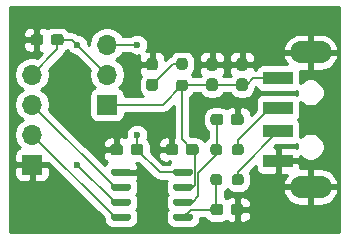
<source format=gbr>
%TF.GenerationSoftware,KiCad,Pcbnew,(5.1.8-0-10_14)*%
%TF.CreationDate,2020-12-28T11:39:27+08:00*%
%TF.ProjectId,HT42B534USB2UART,48543432-4235-4333-9455-534232554152,rev?*%
%TF.SameCoordinates,Original*%
%TF.FileFunction,Copper,L1,Top*%
%TF.FilePolarity,Positive*%
%FSLAX46Y46*%
G04 Gerber Fmt 4.6, Leading zero omitted, Abs format (unit mm)*
G04 Created by KiCad (PCBNEW (5.1.8-0-10_14)) date 2020-12-28 11:39:27*
%MOMM*%
%LPD*%
G01*
G04 APERTURE LIST*
%TA.AperFunction,ComponentPad*%
%ADD10O,1.700000X1.700000*%
%TD*%
%TA.AperFunction,ComponentPad*%
%ADD11R,1.700000X1.700000*%
%TD*%
%TA.AperFunction,ComponentPad*%
%ADD12O,3.500000X1.900000*%
%TD*%
%TA.AperFunction,SMDPad,CuDef*%
%ADD13R,2.500000X1.100000*%
%TD*%
%TA.AperFunction,ViaPad*%
%ADD14C,0.600000*%
%TD*%
%TA.AperFunction,Conductor*%
%ADD15C,0.152400*%
%TD*%
%TA.AperFunction,Conductor*%
%ADD16C,0.254000*%
%TD*%
%TA.AperFunction,Conductor*%
%ADD17C,0.100000*%
%TD*%
G04 APERTURE END LIST*
D10*
%TO.P,J2,4*%
%TO.N,VDDA*%
X71120000Y-86360000D03*
%TO.P,J2,3*%
%TO.N,/TX*%
X71120000Y-88900000D03*
%TO.P,J2,2*%
%TO.N,/RX*%
X71120000Y-91440000D03*
D11*
%TO.P,J2,1*%
%TO.N,GND*%
X71120000Y-93980000D03*
%TD*%
D10*
%TO.P,J3,3*%
%TO.N,/V33O*%
X77470000Y-83820000D03*
%TO.P,J3,2*%
%TO.N,VDDA*%
X77470000Y-86360000D03*
D11*
%TO.P,J3,1*%
%TO.N,VDD*%
X77470000Y-88900000D03*
%TD*%
%TO.P,C6,2*%
%TO.N,GND*%
%TA.AperFunction,SMDPad,CuDef*%
G36*
G01*
X87955000Y-90407500D02*
X87955000Y-89932500D01*
G75*
G02*
X88192500Y-89695000I237500J0D01*
G01*
X88792500Y-89695000D01*
G75*
G02*
X89030000Y-89932500I0J-237500D01*
G01*
X89030000Y-90407500D01*
G75*
G02*
X88792500Y-90645000I-237500J0D01*
G01*
X88192500Y-90645000D01*
G75*
G02*
X87955000Y-90407500I0J237500D01*
G01*
G37*
%TD.AperFunction*%
%TO.P,C6,1*%
%TO.N,/D-*%
%TA.AperFunction,SMDPad,CuDef*%
G36*
G01*
X86230000Y-90407500D02*
X86230000Y-89932500D01*
G75*
G02*
X86467500Y-89695000I237500J0D01*
G01*
X87067500Y-89695000D01*
G75*
G02*
X87305000Y-89932500I0J-237500D01*
G01*
X87305000Y-90407500D01*
G75*
G02*
X87067500Y-90645000I-237500J0D01*
G01*
X86467500Y-90645000D01*
G75*
G02*
X86230000Y-90407500I0J237500D01*
G01*
G37*
%TD.AperFunction*%
%TD*%
%TO.P,D1,2*%
%TO.N,Net-(D1-Pad2)*%
%TA.AperFunction,SMDPad,CuDef*%
G36*
G01*
X81042500Y-86710000D02*
X81517500Y-86710000D01*
G75*
G02*
X81755000Y-86947500I0J-237500D01*
G01*
X81755000Y-87522500D01*
G75*
G02*
X81517500Y-87760000I-237500J0D01*
G01*
X81042500Y-87760000D01*
G75*
G02*
X80805000Y-87522500I0J237500D01*
G01*
X80805000Y-86947500D01*
G75*
G02*
X81042500Y-86710000I237500J0D01*
G01*
G37*
%TD.AperFunction*%
%TO.P,D1,1*%
%TO.N,GND*%
%TA.AperFunction,SMDPad,CuDef*%
G36*
G01*
X81042500Y-84960000D02*
X81517500Y-84960000D01*
G75*
G02*
X81755000Y-85197500I0J-237500D01*
G01*
X81755000Y-85772500D01*
G75*
G02*
X81517500Y-86010000I-237500J0D01*
G01*
X81042500Y-86010000D01*
G75*
G02*
X80805000Y-85772500I0J237500D01*
G01*
X80805000Y-85197500D01*
G75*
G02*
X81042500Y-84960000I237500J0D01*
G01*
G37*
%TD.AperFunction*%
%TD*%
%TO.P,C2,2*%
%TO.N,GND*%
%TA.AperFunction,SMDPad,CuDef*%
G36*
G01*
X83495000Y-92472500D02*
X83495000Y-92947500D01*
G75*
G02*
X83257500Y-93185000I-237500J0D01*
G01*
X82657500Y-93185000D01*
G75*
G02*
X82420000Y-92947500I0J237500D01*
G01*
X82420000Y-92472500D01*
G75*
G02*
X82657500Y-92235000I237500J0D01*
G01*
X83257500Y-92235000D01*
G75*
G02*
X83495000Y-92472500I0J-237500D01*
G01*
G37*
%TD.AperFunction*%
%TO.P,C2,1*%
%TO.N,VDD*%
%TA.AperFunction,SMDPad,CuDef*%
G36*
G01*
X85220000Y-92472500D02*
X85220000Y-92947500D01*
G75*
G02*
X84982500Y-93185000I-237500J0D01*
G01*
X84382500Y-93185000D01*
G75*
G02*
X84145000Y-92947500I0J237500D01*
G01*
X84145000Y-92472500D01*
G75*
G02*
X84382500Y-92235000I237500J0D01*
G01*
X84982500Y-92235000D01*
G75*
G02*
X85220000Y-92472500I0J-237500D01*
G01*
G37*
%TD.AperFunction*%
%TD*%
%TO.P,C3,2*%
%TO.N,GND*%
%TA.AperFunction,SMDPad,CuDef*%
G36*
G01*
X78822500Y-92472500D02*
X78822500Y-92947500D01*
G75*
G02*
X78585000Y-93185000I-237500J0D01*
G01*
X77985000Y-93185000D01*
G75*
G02*
X77747500Y-92947500I0J237500D01*
G01*
X77747500Y-92472500D01*
G75*
G02*
X77985000Y-92235000I237500J0D01*
G01*
X78585000Y-92235000D01*
G75*
G02*
X78822500Y-92472500I0J-237500D01*
G01*
G37*
%TD.AperFunction*%
%TO.P,C3,1*%
%TO.N,/V33O*%
%TA.AperFunction,SMDPad,CuDef*%
G36*
G01*
X80547500Y-92472500D02*
X80547500Y-92947500D01*
G75*
G02*
X80310000Y-93185000I-237500J0D01*
G01*
X79710000Y-93185000D01*
G75*
G02*
X79472500Y-92947500I0J237500D01*
G01*
X79472500Y-92472500D01*
G75*
G02*
X79710000Y-92235000I237500J0D01*
G01*
X80310000Y-92235000D01*
G75*
G02*
X80547500Y-92472500I0J-237500D01*
G01*
G37*
%TD.AperFunction*%
%TD*%
%TO.P,R1,2*%
%TO.N,Net-(J1-Pad2)*%
%TA.AperFunction,SMDPad,CuDef*%
G36*
G01*
X88055000Y-92947500D02*
X88055000Y-92472500D01*
G75*
G02*
X88292500Y-92235000I237500J0D01*
G01*
X88792500Y-92235000D01*
G75*
G02*
X89030000Y-92472500I0J-237500D01*
G01*
X89030000Y-92947500D01*
G75*
G02*
X88792500Y-93185000I-237500J0D01*
G01*
X88292500Y-93185000D01*
G75*
G02*
X88055000Y-92947500I0J237500D01*
G01*
G37*
%TD.AperFunction*%
%TO.P,R1,1*%
%TO.N,/D-*%
%TA.AperFunction,SMDPad,CuDef*%
G36*
G01*
X86230000Y-92947500D02*
X86230000Y-92472500D01*
G75*
G02*
X86467500Y-92235000I237500J0D01*
G01*
X86967500Y-92235000D01*
G75*
G02*
X87205000Y-92472500I0J-237500D01*
G01*
X87205000Y-92947500D01*
G75*
G02*
X86967500Y-93185000I-237500J0D01*
G01*
X86467500Y-93185000D01*
G75*
G02*
X86230000Y-92947500I0J237500D01*
G01*
G37*
%TD.AperFunction*%
%TD*%
%TO.P,R3,2*%
%TO.N,Net-(D1-Pad2)*%
%TA.AperFunction,SMDPad,CuDef*%
G36*
G01*
X84057500Y-85935000D02*
X83582500Y-85935000D01*
G75*
G02*
X83345000Y-85697500I0J237500D01*
G01*
X83345000Y-85197500D01*
G75*
G02*
X83582500Y-84960000I237500J0D01*
G01*
X84057500Y-84960000D01*
G75*
G02*
X84295000Y-85197500I0J-237500D01*
G01*
X84295000Y-85697500D01*
G75*
G02*
X84057500Y-85935000I-237500J0D01*
G01*
G37*
%TD.AperFunction*%
%TO.P,R3,1*%
%TO.N,VDD*%
%TA.AperFunction,SMDPad,CuDef*%
G36*
G01*
X84057500Y-87760000D02*
X83582500Y-87760000D01*
G75*
G02*
X83345000Y-87522500I0J237500D01*
G01*
X83345000Y-87022500D01*
G75*
G02*
X83582500Y-86785000I237500J0D01*
G01*
X84057500Y-86785000D01*
G75*
G02*
X84295000Y-87022500I0J-237500D01*
G01*
X84295000Y-87522500D01*
G75*
G02*
X84057500Y-87760000I-237500J0D01*
G01*
G37*
%TD.AperFunction*%
%TD*%
%TO.P,R2,2*%
%TO.N,Net-(J1-Pad3)*%
%TA.AperFunction,SMDPad,CuDef*%
G36*
G01*
X88055000Y-95487500D02*
X88055000Y-95012500D01*
G75*
G02*
X88292500Y-94775000I237500J0D01*
G01*
X88792500Y-94775000D01*
G75*
G02*
X89030000Y-95012500I0J-237500D01*
G01*
X89030000Y-95487500D01*
G75*
G02*
X88792500Y-95725000I-237500J0D01*
G01*
X88292500Y-95725000D01*
G75*
G02*
X88055000Y-95487500I0J237500D01*
G01*
G37*
%TD.AperFunction*%
%TO.P,R2,1*%
%TO.N,/D+*%
%TA.AperFunction,SMDPad,CuDef*%
G36*
G01*
X86230000Y-95487500D02*
X86230000Y-95012500D01*
G75*
G02*
X86467500Y-94775000I237500J0D01*
G01*
X86967500Y-94775000D01*
G75*
G02*
X87205000Y-95012500I0J-237500D01*
G01*
X87205000Y-95487500D01*
G75*
G02*
X86967500Y-95725000I-237500J0D01*
G01*
X86467500Y-95725000D01*
G75*
G02*
X86230000Y-95487500I0J237500D01*
G01*
G37*
%TD.AperFunction*%
%TD*%
D12*
%TO.P,J1,5*%
%TO.N,GND*%
X94700000Y-95870000D03*
X94700000Y-84470000D03*
D13*
%TO.P,J1,4*%
X91950000Y-93670000D03*
%TO.P,J1,1*%
%TO.N,VDD*%
X91950000Y-86670000D03*
%TO.P,J1,3*%
%TO.N,Net-(J1-Pad3)*%
X91950000Y-91170000D03*
%TO.P,J1,2*%
%TO.N,Net-(J1-Pad2)*%
X91950000Y-89170000D03*
%TD*%
%TO.P,C7,2*%
%TO.N,GND*%
%TA.AperFunction,SMDPad,CuDef*%
G36*
G01*
X87955000Y-98027500D02*
X87955000Y-97552500D01*
G75*
G02*
X88192500Y-97315000I237500J0D01*
G01*
X88792500Y-97315000D01*
G75*
G02*
X89030000Y-97552500I0J-237500D01*
G01*
X89030000Y-98027500D01*
G75*
G02*
X88792500Y-98265000I-237500J0D01*
G01*
X88192500Y-98265000D01*
G75*
G02*
X87955000Y-98027500I0J237500D01*
G01*
G37*
%TD.AperFunction*%
%TO.P,C7,1*%
%TO.N,/D+*%
%TA.AperFunction,SMDPad,CuDef*%
G36*
G01*
X86230000Y-98027500D02*
X86230000Y-97552500D01*
G75*
G02*
X86467500Y-97315000I237500J0D01*
G01*
X87067500Y-97315000D01*
G75*
G02*
X87305000Y-97552500I0J-237500D01*
G01*
X87305000Y-98027500D01*
G75*
G02*
X87067500Y-98265000I-237500J0D01*
G01*
X86467500Y-98265000D01*
G75*
G02*
X86230000Y-98027500I0J237500D01*
G01*
G37*
%TD.AperFunction*%
%TD*%
%TO.P,U1,8*%
%TO.N,/V33O*%
%TA.AperFunction,SMDPad,CuDef*%
G36*
G01*
X83080000Y-94765000D02*
X83080000Y-94465000D01*
G75*
G02*
X83230000Y-94315000I150000J0D01*
G01*
X84580000Y-94315000D01*
G75*
G02*
X84730000Y-94465000I0J-150000D01*
G01*
X84730000Y-94765000D01*
G75*
G02*
X84580000Y-94915000I-150000J0D01*
G01*
X83230000Y-94915000D01*
G75*
G02*
X83080000Y-94765000I0J150000D01*
G01*
G37*
%TD.AperFunction*%
%TO.P,U1,7*%
%TO.N,VDD*%
%TA.AperFunction,SMDPad,CuDef*%
G36*
G01*
X83080000Y-96035000D02*
X83080000Y-95735000D01*
G75*
G02*
X83230000Y-95585000I150000J0D01*
G01*
X84580000Y-95585000D01*
G75*
G02*
X84730000Y-95735000I0J-150000D01*
G01*
X84730000Y-96035000D01*
G75*
G02*
X84580000Y-96185000I-150000J0D01*
G01*
X83230000Y-96185000D01*
G75*
G02*
X83080000Y-96035000I0J150000D01*
G01*
G37*
%TD.AperFunction*%
%TO.P,U1,6*%
%TO.N,/D-*%
%TA.AperFunction,SMDPad,CuDef*%
G36*
G01*
X83080000Y-97305000D02*
X83080000Y-97005000D01*
G75*
G02*
X83230000Y-96855000I150000J0D01*
G01*
X84580000Y-96855000D01*
G75*
G02*
X84730000Y-97005000I0J-150000D01*
G01*
X84730000Y-97305000D01*
G75*
G02*
X84580000Y-97455000I-150000J0D01*
G01*
X83230000Y-97455000D01*
G75*
G02*
X83080000Y-97305000I0J150000D01*
G01*
G37*
%TD.AperFunction*%
%TO.P,U1,5*%
%TO.N,/D+*%
%TA.AperFunction,SMDPad,CuDef*%
G36*
G01*
X83080000Y-98575000D02*
X83080000Y-98275000D01*
G75*
G02*
X83230000Y-98125000I150000J0D01*
G01*
X84580000Y-98125000D01*
G75*
G02*
X84730000Y-98275000I0J-150000D01*
G01*
X84730000Y-98575000D01*
G75*
G02*
X84580000Y-98725000I-150000J0D01*
G01*
X83230000Y-98725000D01*
G75*
G02*
X83080000Y-98575000I0J150000D01*
G01*
G37*
%TD.AperFunction*%
%TO.P,U1,4*%
%TO.N,/RX*%
%TA.AperFunction,SMDPad,CuDef*%
G36*
G01*
X77830000Y-98575000D02*
X77830000Y-98275000D01*
G75*
G02*
X77980000Y-98125000I150000J0D01*
G01*
X79330000Y-98125000D01*
G75*
G02*
X79480000Y-98275000I0J-150000D01*
G01*
X79480000Y-98575000D01*
G75*
G02*
X79330000Y-98725000I-150000J0D01*
G01*
X77980000Y-98725000D01*
G75*
G02*
X77830000Y-98575000I0J150000D01*
G01*
G37*
%TD.AperFunction*%
%TO.P,U1,3*%
%TO.N,VDDA*%
%TA.AperFunction,SMDPad,CuDef*%
G36*
G01*
X77830000Y-97305000D02*
X77830000Y-97005000D01*
G75*
G02*
X77980000Y-96855000I150000J0D01*
G01*
X79330000Y-96855000D01*
G75*
G02*
X79480000Y-97005000I0J-150000D01*
G01*
X79480000Y-97305000D01*
G75*
G02*
X79330000Y-97455000I-150000J0D01*
G01*
X77980000Y-97455000D01*
G75*
G02*
X77830000Y-97305000I0J150000D01*
G01*
G37*
%TD.AperFunction*%
%TO.P,U1,2*%
%TO.N,/TX*%
%TA.AperFunction,SMDPad,CuDef*%
G36*
G01*
X77830000Y-96035000D02*
X77830000Y-95735000D01*
G75*
G02*
X77980000Y-95585000I150000J0D01*
G01*
X79330000Y-95585000D01*
G75*
G02*
X79480000Y-95735000I0J-150000D01*
G01*
X79480000Y-96035000D01*
G75*
G02*
X79330000Y-96185000I-150000J0D01*
G01*
X77980000Y-96185000D01*
G75*
G02*
X77830000Y-96035000I0J150000D01*
G01*
G37*
%TD.AperFunction*%
%TO.P,U1,1*%
%TO.N,GND*%
%TA.AperFunction,SMDPad,CuDef*%
G36*
G01*
X77830000Y-94765000D02*
X77830000Y-94465000D01*
G75*
G02*
X77980000Y-94315000I150000J0D01*
G01*
X79330000Y-94315000D01*
G75*
G02*
X79480000Y-94465000I0J-150000D01*
G01*
X79480000Y-94765000D01*
G75*
G02*
X79330000Y-94915000I-150000J0D01*
G01*
X77980000Y-94915000D01*
G75*
G02*
X77830000Y-94765000I0J150000D01*
G01*
G37*
%TD.AperFunction*%
%TD*%
%TO.P,C5,2*%
%TO.N,GND*%
%TA.AperFunction,SMDPad,CuDef*%
G36*
G01*
X86597500Y-86035000D02*
X86122500Y-86035000D01*
G75*
G02*
X85885000Y-85797500I0J237500D01*
G01*
X85885000Y-85197500D01*
G75*
G02*
X86122500Y-84960000I237500J0D01*
G01*
X86597500Y-84960000D01*
G75*
G02*
X86835000Y-85197500I0J-237500D01*
G01*
X86835000Y-85797500D01*
G75*
G02*
X86597500Y-86035000I-237500J0D01*
G01*
G37*
%TD.AperFunction*%
%TO.P,C5,1*%
%TO.N,VDD*%
%TA.AperFunction,SMDPad,CuDef*%
G36*
G01*
X86597500Y-87760000D02*
X86122500Y-87760000D01*
G75*
G02*
X85885000Y-87522500I0J237500D01*
G01*
X85885000Y-86922500D01*
G75*
G02*
X86122500Y-86685000I237500J0D01*
G01*
X86597500Y-86685000D01*
G75*
G02*
X86835000Y-86922500I0J-237500D01*
G01*
X86835000Y-87522500D01*
G75*
G02*
X86597500Y-87760000I-237500J0D01*
G01*
G37*
%TD.AperFunction*%
%TD*%
%TO.P,C4,2*%
%TO.N,GND*%
%TA.AperFunction,SMDPad,CuDef*%
G36*
G01*
X89137500Y-86035000D02*
X88662500Y-86035000D01*
G75*
G02*
X88425000Y-85797500I0J237500D01*
G01*
X88425000Y-85197500D01*
G75*
G02*
X88662500Y-84960000I237500J0D01*
G01*
X89137500Y-84960000D01*
G75*
G02*
X89375000Y-85197500I0J-237500D01*
G01*
X89375000Y-85797500D01*
G75*
G02*
X89137500Y-86035000I-237500J0D01*
G01*
G37*
%TD.AperFunction*%
%TO.P,C4,1*%
%TO.N,VDD*%
%TA.AperFunction,SMDPad,CuDef*%
G36*
G01*
X89137500Y-87760000D02*
X88662500Y-87760000D01*
G75*
G02*
X88425000Y-87522500I0J237500D01*
G01*
X88425000Y-86922500D01*
G75*
G02*
X88662500Y-86685000I237500J0D01*
G01*
X89137500Y-86685000D01*
G75*
G02*
X89375000Y-86922500I0J-237500D01*
G01*
X89375000Y-87522500D01*
G75*
G02*
X89137500Y-87760000I-237500J0D01*
G01*
G37*
%TD.AperFunction*%
%TD*%
%TO.P,C1,2*%
%TO.N,GND*%
%TA.AperFunction,SMDPad,CuDef*%
G36*
G01*
X72065000Y-83175000D02*
X72065000Y-83650000D01*
G75*
G02*
X71827500Y-83887500I-237500J0D01*
G01*
X71227500Y-83887500D01*
G75*
G02*
X70990000Y-83650000I0J237500D01*
G01*
X70990000Y-83175000D01*
G75*
G02*
X71227500Y-82937500I237500J0D01*
G01*
X71827500Y-82937500D01*
G75*
G02*
X72065000Y-83175000I0J-237500D01*
G01*
G37*
%TD.AperFunction*%
%TO.P,C1,1*%
%TO.N,VDDA*%
%TA.AperFunction,SMDPad,CuDef*%
G36*
G01*
X73790000Y-83175000D02*
X73790000Y-83650000D01*
G75*
G02*
X73552500Y-83887500I-237500J0D01*
G01*
X72952500Y-83887500D01*
G75*
G02*
X72715000Y-83650000I0J237500D01*
G01*
X72715000Y-83175000D01*
G75*
G02*
X72952500Y-82937500I237500J0D01*
G01*
X73552500Y-82937500D01*
G75*
G02*
X73790000Y-83175000I0J-237500D01*
G01*
G37*
%TD.AperFunction*%
%TD*%
D14*
%TO.N,GND*%
X85090000Y-90170000D03*
X76200000Y-91440000D03*
%TO.N,VDDA*%
X74930000Y-93980000D03*
X74930000Y-83820000D03*
%TO.N,/V33O*%
X80010000Y-83820000D03*
X80010000Y-91440000D03*
%TD*%
D15*
%TO.N,VDDA*%
X73252500Y-84227500D02*
X73252500Y-83412500D01*
X71120000Y-86360000D02*
X73252500Y-84227500D01*
X78105000Y-97155000D02*
X74930000Y-93980000D01*
X78655000Y-97155000D02*
X78105000Y-97155000D01*
X74522500Y-83412500D02*
X74930000Y-83820000D01*
X73252500Y-83412500D02*
X74522500Y-83412500D01*
X74930000Y-83820000D02*
X77470000Y-86360000D01*
%TO.N,VDD*%
X91950000Y-86670000D02*
X89860000Y-86670000D01*
X89307500Y-87222500D02*
X88900000Y-87222500D01*
X89860000Y-86670000D02*
X89307500Y-87222500D01*
X83870000Y-87222500D02*
X83820000Y-87272500D01*
X88900000Y-87222500D02*
X83870000Y-87222500D01*
X83820000Y-91847500D02*
X84682500Y-92710000D01*
X83820000Y-87272500D02*
X83820000Y-91847500D01*
X82192500Y-88900000D02*
X83820000Y-87272500D01*
X77470000Y-88900000D02*
X82192500Y-88900000D01*
X84933210Y-95681790D02*
X84730000Y-95885000D01*
X84933210Y-92960710D02*
X84933210Y-95681790D01*
X84730000Y-95885000D02*
X83905000Y-95885000D01*
X84682500Y-92710000D02*
X84933210Y-92960710D01*
%TO.N,/V33O*%
X81915000Y-94615000D02*
X83905000Y-94615000D01*
X80010000Y-92710000D02*
X81915000Y-94615000D01*
X77470000Y-83820000D02*
X80010000Y-83820000D01*
X80010000Y-91440000D02*
X80010000Y-92710000D01*
%TO.N,/D-*%
X86767500Y-92660000D02*
X86717500Y-92710000D01*
X86767500Y-90170000D02*
X86767500Y-92660000D01*
X83959516Y-97155000D02*
X83905000Y-97155000D01*
X85212620Y-96672380D02*
X84730000Y-97155000D01*
X84730000Y-97155000D02*
X83905000Y-97155000D01*
X85212620Y-94689880D02*
X85212620Y-96672380D01*
X86717500Y-93185000D02*
X85212620Y-94689880D01*
X86717500Y-92710000D02*
X86717500Y-93185000D01*
%TO.N,/D+*%
X86717500Y-97740000D02*
X86767500Y-97790000D01*
X86717500Y-95250000D02*
X86717500Y-97740000D01*
X84540000Y-97790000D02*
X83905000Y-98425000D01*
X86767500Y-97790000D02*
X84540000Y-97790000D01*
%TO.N,Net-(D1-Pad2)*%
X81242500Y-87272500D02*
X81280000Y-87235000D01*
X83067500Y-85447500D02*
X81280000Y-87235000D01*
X83820000Y-85447500D02*
X83067500Y-85447500D01*
%TO.N,Net-(J1-Pad3)*%
X88542500Y-94577500D02*
X88542500Y-95250000D01*
X91950000Y-91170000D02*
X88542500Y-94577500D01*
%TO.N,Net-(J1-Pad2)*%
X88542500Y-91877500D02*
X88542500Y-92710000D01*
X91250000Y-89170000D02*
X88542500Y-91877500D01*
X91950000Y-89170000D02*
X91250000Y-89170000D01*
%TO.N,/RX*%
X78105000Y-98425000D02*
X78655000Y-98425000D01*
X71120000Y-91440000D02*
X78105000Y-98425000D01*
%TO.N,/TX*%
X78105000Y-95885000D02*
X78655000Y-95885000D01*
X71120000Y-88900000D02*
X78105000Y-95885000D01*
%TD*%
D16*
%TO.N,GND*%
X97130001Y-99670000D02*
X69240000Y-99670000D01*
X69240000Y-94830000D01*
X69631928Y-94830000D01*
X69644188Y-94954482D01*
X69680498Y-95074180D01*
X69739463Y-95184494D01*
X69818815Y-95281185D01*
X69915506Y-95360537D01*
X70025820Y-95419502D01*
X70145518Y-95455812D01*
X70270000Y-95468072D01*
X70834250Y-95465000D01*
X70993000Y-95306250D01*
X70993000Y-94107000D01*
X71247000Y-94107000D01*
X71247000Y-95306250D01*
X71405750Y-95465000D01*
X71970000Y-95468072D01*
X72094482Y-95455812D01*
X72214180Y-95419502D01*
X72324494Y-95360537D01*
X72421185Y-95281185D01*
X72500537Y-95184494D01*
X72559502Y-95074180D01*
X72595812Y-94954482D01*
X72608072Y-94830000D01*
X72605000Y-94265750D01*
X72446250Y-94107000D01*
X71247000Y-94107000D01*
X70993000Y-94107000D01*
X69793750Y-94107000D01*
X69635000Y-94265750D01*
X69631928Y-94830000D01*
X69240000Y-94830000D01*
X69240000Y-93130000D01*
X69631928Y-93130000D01*
X69635000Y-93694250D01*
X69793750Y-93853000D01*
X70993000Y-93853000D01*
X70993000Y-93833000D01*
X71247000Y-93833000D01*
X71247000Y-93853000D01*
X72446250Y-93853000D01*
X72486731Y-93812519D01*
X77191928Y-98517717D01*
X77191928Y-98575000D01*
X77207071Y-98728745D01*
X77251916Y-98876582D01*
X77324742Y-99012829D01*
X77422749Y-99132251D01*
X77542171Y-99230258D01*
X77678418Y-99303084D01*
X77826255Y-99347929D01*
X77980000Y-99363072D01*
X79330000Y-99363072D01*
X79483745Y-99347929D01*
X79631582Y-99303084D01*
X79767829Y-99230258D01*
X79887251Y-99132251D01*
X79985258Y-99012829D01*
X80058084Y-98876582D01*
X80102929Y-98728745D01*
X80118072Y-98575000D01*
X80118072Y-98275000D01*
X80102929Y-98121255D01*
X80058084Y-97973418D01*
X79985258Y-97837171D01*
X79946546Y-97790000D01*
X79985258Y-97742829D01*
X80058084Y-97606582D01*
X80102929Y-97458745D01*
X80118072Y-97305000D01*
X80118072Y-97005000D01*
X80102929Y-96851255D01*
X80058084Y-96703418D01*
X79985258Y-96567171D01*
X79946546Y-96520000D01*
X79985258Y-96472829D01*
X80058084Y-96336582D01*
X80102929Y-96188745D01*
X80118072Y-96035000D01*
X80118072Y-95735000D01*
X80102929Y-95581255D01*
X80058084Y-95433418D01*
X79986270Y-95299064D01*
X80010537Y-95269494D01*
X80069502Y-95159180D01*
X80105812Y-95039482D01*
X80118072Y-94915000D01*
X80115000Y-94900750D01*
X79956250Y-94742000D01*
X78782000Y-94742000D01*
X78782000Y-94762000D01*
X78528000Y-94762000D01*
X78528000Y-94742000D01*
X78508000Y-94742000D01*
X78508000Y-94488000D01*
X78528000Y-94488000D01*
X78528000Y-94468000D01*
X78782000Y-94468000D01*
X78782000Y-94488000D01*
X79956250Y-94488000D01*
X80115000Y-94329250D01*
X80118072Y-94315000D01*
X80105812Y-94190518D01*
X80069502Y-94070820D01*
X80010537Y-93960506D01*
X79931185Y-93863815D01*
X79881539Y-93823072D01*
X80117285Y-93823072D01*
X81387403Y-95093191D01*
X81409673Y-95120327D01*
X81517967Y-95209202D01*
X81641519Y-95275242D01*
X81775580Y-95315909D01*
X81880064Y-95326200D01*
X81880071Y-95326200D01*
X81915000Y-95329640D01*
X81949928Y-95326200D01*
X82559226Y-95326200D01*
X82501916Y-95433418D01*
X82457071Y-95581255D01*
X82441928Y-95735000D01*
X82441928Y-96035000D01*
X82457071Y-96188745D01*
X82501916Y-96336582D01*
X82574742Y-96472829D01*
X82613454Y-96520000D01*
X82574742Y-96567171D01*
X82501916Y-96703418D01*
X82457071Y-96851255D01*
X82441928Y-97005000D01*
X82441928Y-97305000D01*
X82457071Y-97458745D01*
X82501916Y-97606582D01*
X82574742Y-97742829D01*
X82613454Y-97790000D01*
X82574742Y-97837171D01*
X82501916Y-97973418D01*
X82457071Y-98121255D01*
X82441928Y-98275000D01*
X82441928Y-98575000D01*
X82457071Y-98728745D01*
X82501916Y-98876582D01*
X82574742Y-99012829D01*
X82672749Y-99132251D01*
X82792171Y-99230258D01*
X82928418Y-99303084D01*
X83076255Y-99347929D01*
X83230000Y-99363072D01*
X84580000Y-99363072D01*
X84733745Y-99347929D01*
X84881582Y-99303084D01*
X85017829Y-99230258D01*
X85137251Y-99132251D01*
X85235258Y-99012829D01*
X85308084Y-98876582D01*
X85352929Y-98728745D01*
X85368072Y-98575000D01*
X85368072Y-98501200D01*
X85732677Y-98501200D01*
X85739488Y-98513942D01*
X85848377Y-98646623D01*
X85981058Y-98755512D01*
X86132433Y-98836423D01*
X86296684Y-98886248D01*
X86467500Y-98903072D01*
X87067500Y-98903072D01*
X87238316Y-98886248D01*
X87402567Y-98836423D01*
X87552606Y-98756226D01*
X87600506Y-98795537D01*
X87710820Y-98854502D01*
X87830518Y-98890812D01*
X87955000Y-98903072D01*
X88206750Y-98900000D01*
X88365500Y-98741250D01*
X88365500Y-97917000D01*
X88619500Y-97917000D01*
X88619500Y-98741250D01*
X88778250Y-98900000D01*
X89030000Y-98903072D01*
X89154482Y-98890812D01*
X89274180Y-98854502D01*
X89384494Y-98795537D01*
X89481185Y-98716185D01*
X89560537Y-98619494D01*
X89619502Y-98509180D01*
X89655812Y-98389482D01*
X89668072Y-98265000D01*
X89665000Y-98075750D01*
X89506250Y-97917000D01*
X88619500Y-97917000D01*
X88365500Y-97917000D01*
X88345500Y-97917000D01*
X88345500Y-97663000D01*
X88365500Y-97663000D01*
X88365500Y-96838750D01*
X88619500Y-96838750D01*
X88619500Y-97663000D01*
X89506250Y-97663000D01*
X89665000Y-97504250D01*
X89668072Y-97315000D01*
X89655812Y-97190518D01*
X89619502Y-97070820D01*
X89560537Y-96960506D01*
X89481185Y-96863815D01*
X89384494Y-96784463D01*
X89274180Y-96725498D01*
X89154482Y-96689188D01*
X89030000Y-96676928D01*
X88778250Y-96680000D01*
X88619500Y-96838750D01*
X88365500Y-96838750D01*
X88206750Y-96680000D01*
X87955000Y-96676928D01*
X87830518Y-96689188D01*
X87710820Y-96725498D01*
X87600506Y-96784463D01*
X87552606Y-96823774D01*
X87428700Y-96757545D01*
X87428700Y-96229004D01*
X87453942Y-96215512D01*
X87586623Y-96106623D01*
X87630000Y-96053768D01*
X87673377Y-96106623D01*
X87806058Y-96215512D01*
X87957433Y-96296423D01*
X88121684Y-96346248D01*
X88292500Y-96363072D01*
X88792500Y-96363072D01*
X88963316Y-96346248D01*
X89127567Y-96296423D01*
X89228285Y-96242588D01*
X92359414Y-96242588D01*
X92387051Y-96359221D01*
X92511564Y-96644983D01*
X92689434Y-96900962D01*
X92913825Y-97117322D01*
X93176114Y-97285748D01*
X93466222Y-97399768D01*
X93773000Y-97455000D01*
X94573000Y-97455000D01*
X94573000Y-95997000D01*
X94827000Y-95997000D01*
X94827000Y-97455000D01*
X95627000Y-97455000D01*
X95933778Y-97399768D01*
X96223886Y-97285748D01*
X96486175Y-97117322D01*
X96710566Y-96900962D01*
X96888436Y-96644983D01*
X97012949Y-96359221D01*
X97040586Y-96242588D01*
X96920584Y-95997000D01*
X94827000Y-95997000D01*
X94573000Y-95997000D01*
X92479416Y-95997000D01*
X92359414Y-96242588D01*
X89228285Y-96242588D01*
X89278942Y-96215512D01*
X89411623Y-96106623D01*
X89520512Y-95973942D01*
X89601423Y-95822567D01*
X89651248Y-95658316D01*
X89668072Y-95487500D01*
X89668072Y-95012500D01*
X89651248Y-94841684D01*
X89601423Y-94677433D01*
X89548105Y-94577682D01*
X90063765Y-94062023D01*
X90061928Y-94220000D01*
X90074188Y-94344482D01*
X90110498Y-94464180D01*
X90169463Y-94574494D01*
X90248815Y-94671185D01*
X90345506Y-94750537D01*
X90455820Y-94809502D01*
X90575518Y-94845812D01*
X90700000Y-94858072D01*
X91664250Y-94855000D01*
X91823000Y-94696250D01*
X91823000Y-93797000D01*
X92077000Y-93797000D01*
X92077000Y-94696250D01*
X92235750Y-94855000D01*
X92677365Y-94856407D01*
X92511564Y-95095017D01*
X92387051Y-95380779D01*
X92359414Y-95497412D01*
X92479416Y-95743000D01*
X94573000Y-95743000D01*
X94573000Y-94285000D01*
X94827000Y-94285000D01*
X94827000Y-95743000D01*
X96920584Y-95743000D01*
X97040586Y-95497412D01*
X97012949Y-95380779D01*
X96888436Y-95095017D01*
X96710566Y-94839038D01*
X96486175Y-94622678D01*
X96223886Y-94454252D01*
X95933778Y-94340232D01*
X95627000Y-94285000D01*
X94827000Y-94285000D01*
X94573000Y-94285000D01*
X93831670Y-94285000D01*
X93838072Y-94220000D01*
X93835000Y-93955750D01*
X93676250Y-93797000D01*
X92077000Y-93797000D01*
X91823000Y-93797000D01*
X91803000Y-93797000D01*
X91803000Y-93543000D01*
X91823000Y-93543000D01*
X91823000Y-92643750D01*
X91664250Y-92485000D01*
X91640863Y-92484925D01*
X91767717Y-92358072D01*
X93200000Y-92358072D01*
X93324482Y-92345812D01*
X93444180Y-92309502D01*
X93533171Y-92261934D01*
X93515000Y-92353288D01*
X93515000Y-92568353D01*
X93444180Y-92530498D01*
X93324482Y-92494188D01*
X93200000Y-92481928D01*
X92235750Y-92485000D01*
X92077000Y-92643750D01*
X92077000Y-93543000D01*
X93676250Y-93543000D01*
X93835000Y-93384250D01*
X93836188Y-93282032D01*
X93944606Y-93390450D01*
X94138692Y-93520134D01*
X94354348Y-93609461D01*
X94583288Y-93655000D01*
X94816712Y-93655000D01*
X95045652Y-93609461D01*
X95261308Y-93520134D01*
X95455394Y-93390450D01*
X95620450Y-93225394D01*
X95750134Y-93031308D01*
X95839461Y-92815652D01*
X95885000Y-92586712D01*
X95885000Y-92353288D01*
X95839461Y-92124348D01*
X95750134Y-91908692D01*
X95620450Y-91714606D01*
X95455394Y-91549550D01*
X95261308Y-91419866D01*
X95045652Y-91330539D01*
X94816712Y-91285000D01*
X94583288Y-91285000D01*
X94354348Y-91330539D01*
X94138692Y-91419866D01*
X93944606Y-91549550D01*
X93838072Y-91656084D01*
X93838072Y-90620000D01*
X93825812Y-90495518D01*
X93789502Y-90375820D01*
X93730537Y-90265506D01*
X93652158Y-90170000D01*
X93730537Y-90074494D01*
X93789502Y-89964180D01*
X93825812Y-89844482D01*
X93838072Y-89720000D01*
X93838072Y-88683916D01*
X93944606Y-88790450D01*
X94138692Y-88920134D01*
X94354348Y-89009461D01*
X94583288Y-89055000D01*
X94816712Y-89055000D01*
X95045652Y-89009461D01*
X95261308Y-88920134D01*
X95455394Y-88790450D01*
X95620450Y-88625394D01*
X95750134Y-88431308D01*
X95839461Y-88215652D01*
X95885000Y-87986712D01*
X95885000Y-87753288D01*
X95839461Y-87524348D01*
X95750134Y-87308692D01*
X95620450Y-87114606D01*
X95455394Y-86949550D01*
X95261308Y-86819866D01*
X95045652Y-86730539D01*
X94816712Y-86685000D01*
X94583288Y-86685000D01*
X94354348Y-86730539D01*
X94138692Y-86819866D01*
X93944606Y-86949550D01*
X93838072Y-87056084D01*
X93838072Y-86120000D01*
X93831670Y-86055000D01*
X94573000Y-86055000D01*
X94573000Y-84597000D01*
X94827000Y-84597000D01*
X94827000Y-86055000D01*
X95627000Y-86055000D01*
X95933778Y-85999768D01*
X96223886Y-85885748D01*
X96486175Y-85717322D01*
X96710566Y-85500962D01*
X96888436Y-85244983D01*
X97012949Y-84959221D01*
X97040586Y-84842588D01*
X96920584Y-84597000D01*
X94827000Y-84597000D01*
X94573000Y-84597000D01*
X92479416Y-84597000D01*
X92359414Y-84842588D01*
X92387051Y-84959221D01*
X92511564Y-85244983D01*
X92676208Y-85481928D01*
X90700000Y-85481928D01*
X90575518Y-85494188D01*
X90455820Y-85530498D01*
X90345506Y-85589463D01*
X90248815Y-85668815D01*
X90169463Y-85765506D01*
X90110498Y-85875820D01*
X90085326Y-85958800D01*
X90012142Y-85958800D01*
X90010000Y-85783250D01*
X89851250Y-85624500D01*
X89027000Y-85624500D01*
X89027000Y-85644500D01*
X88773000Y-85644500D01*
X88773000Y-85624500D01*
X87948750Y-85624500D01*
X87790000Y-85783250D01*
X87786928Y-86035000D01*
X87799188Y-86159482D01*
X87835498Y-86279180D01*
X87894463Y-86389494D01*
X87933774Y-86437394D01*
X87894271Y-86511300D01*
X87365729Y-86511300D01*
X87326226Y-86437394D01*
X87365537Y-86389494D01*
X87424502Y-86279180D01*
X87460812Y-86159482D01*
X87473072Y-86035000D01*
X87470000Y-85783250D01*
X87311250Y-85624500D01*
X86487000Y-85624500D01*
X86487000Y-85644500D01*
X86233000Y-85644500D01*
X86233000Y-85624500D01*
X85408750Y-85624500D01*
X85250000Y-85783250D01*
X85246928Y-86035000D01*
X85259188Y-86159482D01*
X85295498Y-86279180D01*
X85354463Y-86389494D01*
X85393774Y-86437394D01*
X85354271Y-86511300D01*
X84765194Y-86511300D01*
X84676623Y-86403377D01*
X84623768Y-86360000D01*
X84676623Y-86316623D01*
X84785512Y-86183942D01*
X84866423Y-86032567D01*
X84916248Y-85868316D01*
X84933072Y-85697500D01*
X84933072Y-85197500D01*
X84916248Y-85026684D01*
X84896020Y-84960000D01*
X85246928Y-84960000D01*
X85250000Y-85211750D01*
X85408750Y-85370500D01*
X86233000Y-85370500D01*
X86233000Y-84483750D01*
X86487000Y-84483750D01*
X86487000Y-85370500D01*
X87311250Y-85370500D01*
X87470000Y-85211750D01*
X87473072Y-84960000D01*
X87786928Y-84960000D01*
X87790000Y-85211750D01*
X87948750Y-85370500D01*
X88773000Y-85370500D01*
X88773000Y-84483750D01*
X89027000Y-84483750D01*
X89027000Y-85370500D01*
X89851250Y-85370500D01*
X90010000Y-85211750D01*
X90013072Y-84960000D01*
X90000812Y-84835518D01*
X89964502Y-84715820D01*
X89905537Y-84605506D01*
X89826185Y-84508815D01*
X89729494Y-84429463D01*
X89619180Y-84370498D01*
X89499482Y-84334188D01*
X89375000Y-84321928D01*
X89185750Y-84325000D01*
X89027000Y-84483750D01*
X88773000Y-84483750D01*
X88614250Y-84325000D01*
X88425000Y-84321928D01*
X88300518Y-84334188D01*
X88180820Y-84370498D01*
X88070506Y-84429463D01*
X87973815Y-84508815D01*
X87894463Y-84605506D01*
X87835498Y-84715820D01*
X87799188Y-84835518D01*
X87786928Y-84960000D01*
X87473072Y-84960000D01*
X87460812Y-84835518D01*
X87424502Y-84715820D01*
X87365537Y-84605506D01*
X87286185Y-84508815D01*
X87189494Y-84429463D01*
X87079180Y-84370498D01*
X86959482Y-84334188D01*
X86835000Y-84321928D01*
X86645750Y-84325000D01*
X86487000Y-84483750D01*
X86233000Y-84483750D01*
X86074250Y-84325000D01*
X85885000Y-84321928D01*
X85760518Y-84334188D01*
X85640820Y-84370498D01*
X85530506Y-84429463D01*
X85433815Y-84508815D01*
X85354463Y-84605506D01*
X85295498Y-84715820D01*
X85259188Y-84835518D01*
X85246928Y-84960000D01*
X84896020Y-84960000D01*
X84866423Y-84862433D01*
X84785512Y-84711058D01*
X84676623Y-84578377D01*
X84543942Y-84469488D01*
X84392567Y-84388577D01*
X84228316Y-84338752D01*
X84057500Y-84321928D01*
X83582500Y-84321928D01*
X83411684Y-84338752D01*
X83247433Y-84388577D01*
X83096058Y-84469488D01*
X82963377Y-84578377D01*
X82854488Y-84711058D01*
X82817579Y-84780111D01*
X82794018Y-84787258D01*
X82670467Y-84853298D01*
X82589309Y-84919902D01*
X82589304Y-84919907D01*
X82562173Y-84942173D01*
X82539907Y-84969304D01*
X82391041Y-85118170D01*
X82393072Y-84960000D01*
X82380812Y-84835518D01*
X82344502Y-84715820D01*
X82285537Y-84605506D01*
X82206185Y-84508815D01*
X82109494Y-84429463D01*
X81999180Y-84370498D01*
X81879482Y-84334188D01*
X81755000Y-84321928D01*
X81565750Y-84325000D01*
X81407000Y-84483750D01*
X81407000Y-85358000D01*
X81427000Y-85358000D01*
X81427000Y-85612000D01*
X81407000Y-85612000D01*
X81407000Y-85632000D01*
X81153000Y-85632000D01*
X81153000Y-85612000D01*
X80328750Y-85612000D01*
X80170000Y-85770750D01*
X80166928Y-86010000D01*
X80179188Y-86134482D01*
X80215498Y-86254180D01*
X80274463Y-86364494D01*
X80334099Y-86437161D01*
X80314488Y-86461058D01*
X80233577Y-86612433D01*
X80183752Y-86776684D01*
X80166928Y-86947500D01*
X80166928Y-87522500D01*
X80183752Y-87693316D01*
X80233577Y-87857567D01*
X80314488Y-88008942D01*
X80423377Y-88141623D01*
X80480862Y-88188800D01*
X78958072Y-88188800D01*
X78958072Y-88050000D01*
X78945812Y-87925518D01*
X78909502Y-87805820D01*
X78850537Y-87695506D01*
X78771185Y-87598815D01*
X78674494Y-87519463D01*
X78564180Y-87460498D01*
X78491620Y-87438487D01*
X78623475Y-87306632D01*
X78785990Y-87063411D01*
X78897932Y-86793158D01*
X78955000Y-86506260D01*
X78955000Y-86213740D01*
X78897932Y-85926842D01*
X78785990Y-85656589D01*
X78623475Y-85413368D01*
X78416632Y-85206525D01*
X78242240Y-85090000D01*
X78416632Y-84973475D01*
X78623475Y-84766632D01*
X78780786Y-84531200D01*
X79398910Y-84531200D01*
X79413972Y-84546262D01*
X79567111Y-84648586D01*
X79737271Y-84719068D01*
X79917911Y-84755000D01*
X80102089Y-84755000D01*
X80210132Y-84733509D01*
X80179188Y-84835518D01*
X80166928Y-84960000D01*
X80170000Y-85199250D01*
X80328750Y-85358000D01*
X81153000Y-85358000D01*
X81153000Y-84483750D01*
X80994250Y-84325000D01*
X80805000Y-84321928D01*
X80798725Y-84322546D01*
X80838586Y-84262889D01*
X80907128Y-84097412D01*
X92359414Y-84097412D01*
X92479416Y-84343000D01*
X94573000Y-84343000D01*
X94573000Y-82885000D01*
X94827000Y-82885000D01*
X94827000Y-84343000D01*
X96920584Y-84343000D01*
X97040586Y-84097412D01*
X97012949Y-83980779D01*
X96888436Y-83695017D01*
X96710566Y-83439038D01*
X96486175Y-83222678D01*
X96223886Y-83054252D01*
X95933778Y-82940232D01*
X95627000Y-82885000D01*
X94827000Y-82885000D01*
X94573000Y-82885000D01*
X93773000Y-82885000D01*
X93466222Y-82940232D01*
X93176114Y-83054252D01*
X92913825Y-83222678D01*
X92689434Y-83439038D01*
X92511564Y-83695017D01*
X92387051Y-83980779D01*
X92359414Y-84097412D01*
X80907128Y-84097412D01*
X80909068Y-84092729D01*
X80945000Y-83912089D01*
X80945000Y-83727911D01*
X80909068Y-83547271D01*
X80838586Y-83377111D01*
X80736262Y-83223972D01*
X80606028Y-83093738D01*
X80452889Y-82991414D01*
X80282729Y-82920932D01*
X80102089Y-82885000D01*
X79917911Y-82885000D01*
X79737271Y-82920932D01*
X79567111Y-82991414D01*
X79413972Y-83093738D01*
X79398910Y-83108800D01*
X78780786Y-83108800D01*
X78623475Y-82873368D01*
X78416632Y-82666525D01*
X78173411Y-82504010D01*
X77903158Y-82392068D01*
X77616260Y-82335000D01*
X77323740Y-82335000D01*
X77036842Y-82392068D01*
X76766589Y-82504010D01*
X76523368Y-82666525D01*
X76316525Y-82873368D01*
X76154010Y-83116589D01*
X76042068Y-83386842D01*
X75985000Y-83673740D01*
X75985000Y-83869213D01*
X75865000Y-83749213D01*
X75865000Y-83727911D01*
X75829068Y-83547271D01*
X75758586Y-83377111D01*
X75656262Y-83223972D01*
X75526028Y-83093738D01*
X75372889Y-82991414D01*
X75202729Y-82920932D01*
X75022089Y-82885000D01*
X75000809Y-82885000D01*
X74919533Y-82818298D01*
X74795981Y-82752258D01*
X74661920Y-82711591D01*
X74557436Y-82701300D01*
X74557426Y-82701300D01*
X74522500Y-82697860D01*
X74487574Y-82701300D01*
X74287323Y-82701300D01*
X74280512Y-82688558D01*
X74171623Y-82555877D01*
X74038942Y-82446988D01*
X73887567Y-82366077D01*
X73723316Y-82316252D01*
X73552500Y-82299428D01*
X72952500Y-82299428D01*
X72781684Y-82316252D01*
X72617433Y-82366077D01*
X72467394Y-82446274D01*
X72419494Y-82406963D01*
X72309180Y-82347998D01*
X72189482Y-82311688D01*
X72065000Y-82299428D01*
X71813250Y-82302500D01*
X71654500Y-82461250D01*
X71654500Y-83285500D01*
X71674500Y-83285500D01*
X71674500Y-83539500D01*
X71654500Y-83539500D01*
X71654500Y-84363750D01*
X71813250Y-84522500D01*
X71950043Y-84524169D01*
X71543971Y-84930241D01*
X71266260Y-84875000D01*
X70973740Y-84875000D01*
X70686842Y-84932068D01*
X70416589Y-85044010D01*
X70173368Y-85206525D01*
X69966525Y-85413368D01*
X69804010Y-85656589D01*
X69692068Y-85926842D01*
X69635000Y-86213740D01*
X69635000Y-86506260D01*
X69692068Y-86793158D01*
X69804010Y-87063411D01*
X69966525Y-87306632D01*
X70173368Y-87513475D01*
X70347760Y-87630000D01*
X70173368Y-87746525D01*
X69966525Y-87953368D01*
X69804010Y-88196589D01*
X69692068Y-88466842D01*
X69635000Y-88753740D01*
X69635000Y-89046260D01*
X69692068Y-89333158D01*
X69804010Y-89603411D01*
X69966525Y-89846632D01*
X70173368Y-90053475D01*
X70347760Y-90170000D01*
X70173368Y-90286525D01*
X69966525Y-90493368D01*
X69804010Y-90736589D01*
X69692068Y-91006842D01*
X69635000Y-91293740D01*
X69635000Y-91586260D01*
X69692068Y-91873158D01*
X69804010Y-92143411D01*
X69966525Y-92386632D01*
X70098380Y-92518487D01*
X70025820Y-92540498D01*
X69915506Y-92599463D01*
X69818815Y-92678815D01*
X69739463Y-92775506D01*
X69680498Y-92885820D01*
X69644188Y-93005518D01*
X69631928Y-93130000D01*
X69240000Y-93130000D01*
X69240000Y-83887500D01*
X70351928Y-83887500D01*
X70364188Y-84011982D01*
X70400498Y-84131680D01*
X70459463Y-84241994D01*
X70538815Y-84338685D01*
X70635506Y-84418037D01*
X70745820Y-84477002D01*
X70865518Y-84513312D01*
X70990000Y-84525572D01*
X71241750Y-84522500D01*
X71400500Y-84363750D01*
X71400500Y-83539500D01*
X70513750Y-83539500D01*
X70355000Y-83698250D01*
X70351928Y-83887500D01*
X69240000Y-83887500D01*
X69240000Y-82937500D01*
X70351928Y-82937500D01*
X70355000Y-83126750D01*
X70513750Y-83285500D01*
X71400500Y-83285500D01*
X71400500Y-82461250D01*
X71241750Y-82302500D01*
X70990000Y-82299428D01*
X70865518Y-82311688D01*
X70745820Y-82347998D01*
X70635506Y-82406963D01*
X70538815Y-82486315D01*
X70459463Y-82583006D01*
X70400498Y-82693320D01*
X70364188Y-82813018D01*
X70351928Y-82937500D01*
X69240000Y-82937500D01*
X69240000Y-80670000D01*
X97130000Y-80670000D01*
X97130001Y-99670000D01*
%TA.AperFunction,Conductor*%
D17*
G36*
X97130001Y-99670000D02*
G01*
X69240000Y-99670000D01*
X69240000Y-94830000D01*
X69631928Y-94830000D01*
X69644188Y-94954482D01*
X69680498Y-95074180D01*
X69739463Y-95184494D01*
X69818815Y-95281185D01*
X69915506Y-95360537D01*
X70025820Y-95419502D01*
X70145518Y-95455812D01*
X70270000Y-95468072D01*
X70834250Y-95465000D01*
X70993000Y-95306250D01*
X70993000Y-94107000D01*
X71247000Y-94107000D01*
X71247000Y-95306250D01*
X71405750Y-95465000D01*
X71970000Y-95468072D01*
X72094482Y-95455812D01*
X72214180Y-95419502D01*
X72324494Y-95360537D01*
X72421185Y-95281185D01*
X72500537Y-95184494D01*
X72559502Y-95074180D01*
X72595812Y-94954482D01*
X72608072Y-94830000D01*
X72605000Y-94265750D01*
X72446250Y-94107000D01*
X71247000Y-94107000D01*
X70993000Y-94107000D01*
X69793750Y-94107000D01*
X69635000Y-94265750D01*
X69631928Y-94830000D01*
X69240000Y-94830000D01*
X69240000Y-93130000D01*
X69631928Y-93130000D01*
X69635000Y-93694250D01*
X69793750Y-93853000D01*
X70993000Y-93853000D01*
X70993000Y-93833000D01*
X71247000Y-93833000D01*
X71247000Y-93853000D01*
X72446250Y-93853000D01*
X72486731Y-93812519D01*
X77191928Y-98517717D01*
X77191928Y-98575000D01*
X77207071Y-98728745D01*
X77251916Y-98876582D01*
X77324742Y-99012829D01*
X77422749Y-99132251D01*
X77542171Y-99230258D01*
X77678418Y-99303084D01*
X77826255Y-99347929D01*
X77980000Y-99363072D01*
X79330000Y-99363072D01*
X79483745Y-99347929D01*
X79631582Y-99303084D01*
X79767829Y-99230258D01*
X79887251Y-99132251D01*
X79985258Y-99012829D01*
X80058084Y-98876582D01*
X80102929Y-98728745D01*
X80118072Y-98575000D01*
X80118072Y-98275000D01*
X80102929Y-98121255D01*
X80058084Y-97973418D01*
X79985258Y-97837171D01*
X79946546Y-97790000D01*
X79985258Y-97742829D01*
X80058084Y-97606582D01*
X80102929Y-97458745D01*
X80118072Y-97305000D01*
X80118072Y-97005000D01*
X80102929Y-96851255D01*
X80058084Y-96703418D01*
X79985258Y-96567171D01*
X79946546Y-96520000D01*
X79985258Y-96472829D01*
X80058084Y-96336582D01*
X80102929Y-96188745D01*
X80118072Y-96035000D01*
X80118072Y-95735000D01*
X80102929Y-95581255D01*
X80058084Y-95433418D01*
X79986270Y-95299064D01*
X80010537Y-95269494D01*
X80069502Y-95159180D01*
X80105812Y-95039482D01*
X80118072Y-94915000D01*
X80115000Y-94900750D01*
X79956250Y-94742000D01*
X78782000Y-94742000D01*
X78782000Y-94762000D01*
X78528000Y-94762000D01*
X78528000Y-94742000D01*
X78508000Y-94742000D01*
X78508000Y-94488000D01*
X78528000Y-94488000D01*
X78528000Y-94468000D01*
X78782000Y-94468000D01*
X78782000Y-94488000D01*
X79956250Y-94488000D01*
X80115000Y-94329250D01*
X80118072Y-94315000D01*
X80105812Y-94190518D01*
X80069502Y-94070820D01*
X80010537Y-93960506D01*
X79931185Y-93863815D01*
X79881539Y-93823072D01*
X80117285Y-93823072D01*
X81387403Y-95093191D01*
X81409673Y-95120327D01*
X81517967Y-95209202D01*
X81641519Y-95275242D01*
X81775580Y-95315909D01*
X81880064Y-95326200D01*
X81880071Y-95326200D01*
X81915000Y-95329640D01*
X81949928Y-95326200D01*
X82559226Y-95326200D01*
X82501916Y-95433418D01*
X82457071Y-95581255D01*
X82441928Y-95735000D01*
X82441928Y-96035000D01*
X82457071Y-96188745D01*
X82501916Y-96336582D01*
X82574742Y-96472829D01*
X82613454Y-96520000D01*
X82574742Y-96567171D01*
X82501916Y-96703418D01*
X82457071Y-96851255D01*
X82441928Y-97005000D01*
X82441928Y-97305000D01*
X82457071Y-97458745D01*
X82501916Y-97606582D01*
X82574742Y-97742829D01*
X82613454Y-97790000D01*
X82574742Y-97837171D01*
X82501916Y-97973418D01*
X82457071Y-98121255D01*
X82441928Y-98275000D01*
X82441928Y-98575000D01*
X82457071Y-98728745D01*
X82501916Y-98876582D01*
X82574742Y-99012829D01*
X82672749Y-99132251D01*
X82792171Y-99230258D01*
X82928418Y-99303084D01*
X83076255Y-99347929D01*
X83230000Y-99363072D01*
X84580000Y-99363072D01*
X84733745Y-99347929D01*
X84881582Y-99303084D01*
X85017829Y-99230258D01*
X85137251Y-99132251D01*
X85235258Y-99012829D01*
X85308084Y-98876582D01*
X85352929Y-98728745D01*
X85368072Y-98575000D01*
X85368072Y-98501200D01*
X85732677Y-98501200D01*
X85739488Y-98513942D01*
X85848377Y-98646623D01*
X85981058Y-98755512D01*
X86132433Y-98836423D01*
X86296684Y-98886248D01*
X86467500Y-98903072D01*
X87067500Y-98903072D01*
X87238316Y-98886248D01*
X87402567Y-98836423D01*
X87552606Y-98756226D01*
X87600506Y-98795537D01*
X87710820Y-98854502D01*
X87830518Y-98890812D01*
X87955000Y-98903072D01*
X88206750Y-98900000D01*
X88365500Y-98741250D01*
X88365500Y-97917000D01*
X88619500Y-97917000D01*
X88619500Y-98741250D01*
X88778250Y-98900000D01*
X89030000Y-98903072D01*
X89154482Y-98890812D01*
X89274180Y-98854502D01*
X89384494Y-98795537D01*
X89481185Y-98716185D01*
X89560537Y-98619494D01*
X89619502Y-98509180D01*
X89655812Y-98389482D01*
X89668072Y-98265000D01*
X89665000Y-98075750D01*
X89506250Y-97917000D01*
X88619500Y-97917000D01*
X88365500Y-97917000D01*
X88345500Y-97917000D01*
X88345500Y-97663000D01*
X88365500Y-97663000D01*
X88365500Y-96838750D01*
X88619500Y-96838750D01*
X88619500Y-97663000D01*
X89506250Y-97663000D01*
X89665000Y-97504250D01*
X89668072Y-97315000D01*
X89655812Y-97190518D01*
X89619502Y-97070820D01*
X89560537Y-96960506D01*
X89481185Y-96863815D01*
X89384494Y-96784463D01*
X89274180Y-96725498D01*
X89154482Y-96689188D01*
X89030000Y-96676928D01*
X88778250Y-96680000D01*
X88619500Y-96838750D01*
X88365500Y-96838750D01*
X88206750Y-96680000D01*
X87955000Y-96676928D01*
X87830518Y-96689188D01*
X87710820Y-96725498D01*
X87600506Y-96784463D01*
X87552606Y-96823774D01*
X87428700Y-96757545D01*
X87428700Y-96229004D01*
X87453942Y-96215512D01*
X87586623Y-96106623D01*
X87630000Y-96053768D01*
X87673377Y-96106623D01*
X87806058Y-96215512D01*
X87957433Y-96296423D01*
X88121684Y-96346248D01*
X88292500Y-96363072D01*
X88792500Y-96363072D01*
X88963316Y-96346248D01*
X89127567Y-96296423D01*
X89228285Y-96242588D01*
X92359414Y-96242588D01*
X92387051Y-96359221D01*
X92511564Y-96644983D01*
X92689434Y-96900962D01*
X92913825Y-97117322D01*
X93176114Y-97285748D01*
X93466222Y-97399768D01*
X93773000Y-97455000D01*
X94573000Y-97455000D01*
X94573000Y-95997000D01*
X94827000Y-95997000D01*
X94827000Y-97455000D01*
X95627000Y-97455000D01*
X95933778Y-97399768D01*
X96223886Y-97285748D01*
X96486175Y-97117322D01*
X96710566Y-96900962D01*
X96888436Y-96644983D01*
X97012949Y-96359221D01*
X97040586Y-96242588D01*
X96920584Y-95997000D01*
X94827000Y-95997000D01*
X94573000Y-95997000D01*
X92479416Y-95997000D01*
X92359414Y-96242588D01*
X89228285Y-96242588D01*
X89278942Y-96215512D01*
X89411623Y-96106623D01*
X89520512Y-95973942D01*
X89601423Y-95822567D01*
X89651248Y-95658316D01*
X89668072Y-95487500D01*
X89668072Y-95012500D01*
X89651248Y-94841684D01*
X89601423Y-94677433D01*
X89548105Y-94577682D01*
X90063765Y-94062023D01*
X90061928Y-94220000D01*
X90074188Y-94344482D01*
X90110498Y-94464180D01*
X90169463Y-94574494D01*
X90248815Y-94671185D01*
X90345506Y-94750537D01*
X90455820Y-94809502D01*
X90575518Y-94845812D01*
X90700000Y-94858072D01*
X91664250Y-94855000D01*
X91823000Y-94696250D01*
X91823000Y-93797000D01*
X92077000Y-93797000D01*
X92077000Y-94696250D01*
X92235750Y-94855000D01*
X92677365Y-94856407D01*
X92511564Y-95095017D01*
X92387051Y-95380779D01*
X92359414Y-95497412D01*
X92479416Y-95743000D01*
X94573000Y-95743000D01*
X94573000Y-94285000D01*
X94827000Y-94285000D01*
X94827000Y-95743000D01*
X96920584Y-95743000D01*
X97040586Y-95497412D01*
X97012949Y-95380779D01*
X96888436Y-95095017D01*
X96710566Y-94839038D01*
X96486175Y-94622678D01*
X96223886Y-94454252D01*
X95933778Y-94340232D01*
X95627000Y-94285000D01*
X94827000Y-94285000D01*
X94573000Y-94285000D01*
X93831670Y-94285000D01*
X93838072Y-94220000D01*
X93835000Y-93955750D01*
X93676250Y-93797000D01*
X92077000Y-93797000D01*
X91823000Y-93797000D01*
X91803000Y-93797000D01*
X91803000Y-93543000D01*
X91823000Y-93543000D01*
X91823000Y-92643750D01*
X91664250Y-92485000D01*
X91640863Y-92484925D01*
X91767717Y-92358072D01*
X93200000Y-92358072D01*
X93324482Y-92345812D01*
X93444180Y-92309502D01*
X93533171Y-92261934D01*
X93515000Y-92353288D01*
X93515000Y-92568353D01*
X93444180Y-92530498D01*
X93324482Y-92494188D01*
X93200000Y-92481928D01*
X92235750Y-92485000D01*
X92077000Y-92643750D01*
X92077000Y-93543000D01*
X93676250Y-93543000D01*
X93835000Y-93384250D01*
X93836188Y-93282032D01*
X93944606Y-93390450D01*
X94138692Y-93520134D01*
X94354348Y-93609461D01*
X94583288Y-93655000D01*
X94816712Y-93655000D01*
X95045652Y-93609461D01*
X95261308Y-93520134D01*
X95455394Y-93390450D01*
X95620450Y-93225394D01*
X95750134Y-93031308D01*
X95839461Y-92815652D01*
X95885000Y-92586712D01*
X95885000Y-92353288D01*
X95839461Y-92124348D01*
X95750134Y-91908692D01*
X95620450Y-91714606D01*
X95455394Y-91549550D01*
X95261308Y-91419866D01*
X95045652Y-91330539D01*
X94816712Y-91285000D01*
X94583288Y-91285000D01*
X94354348Y-91330539D01*
X94138692Y-91419866D01*
X93944606Y-91549550D01*
X93838072Y-91656084D01*
X93838072Y-90620000D01*
X93825812Y-90495518D01*
X93789502Y-90375820D01*
X93730537Y-90265506D01*
X93652158Y-90170000D01*
X93730537Y-90074494D01*
X93789502Y-89964180D01*
X93825812Y-89844482D01*
X93838072Y-89720000D01*
X93838072Y-88683916D01*
X93944606Y-88790450D01*
X94138692Y-88920134D01*
X94354348Y-89009461D01*
X94583288Y-89055000D01*
X94816712Y-89055000D01*
X95045652Y-89009461D01*
X95261308Y-88920134D01*
X95455394Y-88790450D01*
X95620450Y-88625394D01*
X95750134Y-88431308D01*
X95839461Y-88215652D01*
X95885000Y-87986712D01*
X95885000Y-87753288D01*
X95839461Y-87524348D01*
X95750134Y-87308692D01*
X95620450Y-87114606D01*
X95455394Y-86949550D01*
X95261308Y-86819866D01*
X95045652Y-86730539D01*
X94816712Y-86685000D01*
X94583288Y-86685000D01*
X94354348Y-86730539D01*
X94138692Y-86819866D01*
X93944606Y-86949550D01*
X93838072Y-87056084D01*
X93838072Y-86120000D01*
X93831670Y-86055000D01*
X94573000Y-86055000D01*
X94573000Y-84597000D01*
X94827000Y-84597000D01*
X94827000Y-86055000D01*
X95627000Y-86055000D01*
X95933778Y-85999768D01*
X96223886Y-85885748D01*
X96486175Y-85717322D01*
X96710566Y-85500962D01*
X96888436Y-85244983D01*
X97012949Y-84959221D01*
X97040586Y-84842588D01*
X96920584Y-84597000D01*
X94827000Y-84597000D01*
X94573000Y-84597000D01*
X92479416Y-84597000D01*
X92359414Y-84842588D01*
X92387051Y-84959221D01*
X92511564Y-85244983D01*
X92676208Y-85481928D01*
X90700000Y-85481928D01*
X90575518Y-85494188D01*
X90455820Y-85530498D01*
X90345506Y-85589463D01*
X90248815Y-85668815D01*
X90169463Y-85765506D01*
X90110498Y-85875820D01*
X90085326Y-85958800D01*
X90012142Y-85958800D01*
X90010000Y-85783250D01*
X89851250Y-85624500D01*
X89027000Y-85624500D01*
X89027000Y-85644500D01*
X88773000Y-85644500D01*
X88773000Y-85624500D01*
X87948750Y-85624500D01*
X87790000Y-85783250D01*
X87786928Y-86035000D01*
X87799188Y-86159482D01*
X87835498Y-86279180D01*
X87894463Y-86389494D01*
X87933774Y-86437394D01*
X87894271Y-86511300D01*
X87365729Y-86511300D01*
X87326226Y-86437394D01*
X87365537Y-86389494D01*
X87424502Y-86279180D01*
X87460812Y-86159482D01*
X87473072Y-86035000D01*
X87470000Y-85783250D01*
X87311250Y-85624500D01*
X86487000Y-85624500D01*
X86487000Y-85644500D01*
X86233000Y-85644500D01*
X86233000Y-85624500D01*
X85408750Y-85624500D01*
X85250000Y-85783250D01*
X85246928Y-86035000D01*
X85259188Y-86159482D01*
X85295498Y-86279180D01*
X85354463Y-86389494D01*
X85393774Y-86437394D01*
X85354271Y-86511300D01*
X84765194Y-86511300D01*
X84676623Y-86403377D01*
X84623768Y-86360000D01*
X84676623Y-86316623D01*
X84785512Y-86183942D01*
X84866423Y-86032567D01*
X84916248Y-85868316D01*
X84933072Y-85697500D01*
X84933072Y-85197500D01*
X84916248Y-85026684D01*
X84896020Y-84960000D01*
X85246928Y-84960000D01*
X85250000Y-85211750D01*
X85408750Y-85370500D01*
X86233000Y-85370500D01*
X86233000Y-84483750D01*
X86487000Y-84483750D01*
X86487000Y-85370500D01*
X87311250Y-85370500D01*
X87470000Y-85211750D01*
X87473072Y-84960000D01*
X87786928Y-84960000D01*
X87790000Y-85211750D01*
X87948750Y-85370500D01*
X88773000Y-85370500D01*
X88773000Y-84483750D01*
X89027000Y-84483750D01*
X89027000Y-85370500D01*
X89851250Y-85370500D01*
X90010000Y-85211750D01*
X90013072Y-84960000D01*
X90000812Y-84835518D01*
X89964502Y-84715820D01*
X89905537Y-84605506D01*
X89826185Y-84508815D01*
X89729494Y-84429463D01*
X89619180Y-84370498D01*
X89499482Y-84334188D01*
X89375000Y-84321928D01*
X89185750Y-84325000D01*
X89027000Y-84483750D01*
X88773000Y-84483750D01*
X88614250Y-84325000D01*
X88425000Y-84321928D01*
X88300518Y-84334188D01*
X88180820Y-84370498D01*
X88070506Y-84429463D01*
X87973815Y-84508815D01*
X87894463Y-84605506D01*
X87835498Y-84715820D01*
X87799188Y-84835518D01*
X87786928Y-84960000D01*
X87473072Y-84960000D01*
X87460812Y-84835518D01*
X87424502Y-84715820D01*
X87365537Y-84605506D01*
X87286185Y-84508815D01*
X87189494Y-84429463D01*
X87079180Y-84370498D01*
X86959482Y-84334188D01*
X86835000Y-84321928D01*
X86645750Y-84325000D01*
X86487000Y-84483750D01*
X86233000Y-84483750D01*
X86074250Y-84325000D01*
X85885000Y-84321928D01*
X85760518Y-84334188D01*
X85640820Y-84370498D01*
X85530506Y-84429463D01*
X85433815Y-84508815D01*
X85354463Y-84605506D01*
X85295498Y-84715820D01*
X85259188Y-84835518D01*
X85246928Y-84960000D01*
X84896020Y-84960000D01*
X84866423Y-84862433D01*
X84785512Y-84711058D01*
X84676623Y-84578377D01*
X84543942Y-84469488D01*
X84392567Y-84388577D01*
X84228316Y-84338752D01*
X84057500Y-84321928D01*
X83582500Y-84321928D01*
X83411684Y-84338752D01*
X83247433Y-84388577D01*
X83096058Y-84469488D01*
X82963377Y-84578377D01*
X82854488Y-84711058D01*
X82817579Y-84780111D01*
X82794018Y-84787258D01*
X82670467Y-84853298D01*
X82589309Y-84919902D01*
X82589304Y-84919907D01*
X82562173Y-84942173D01*
X82539907Y-84969304D01*
X82391041Y-85118170D01*
X82393072Y-84960000D01*
X82380812Y-84835518D01*
X82344502Y-84715820D01*
X82285537Y-84605506D01*
X82206185Y-84508815D01*
X82109494Y-84429463D01*
X81999180Y-84370498D01*
X81879482Y-84334188D01*
X81755000Y-84321928D01*
X81565750Y-84325000D01*
X81407000Y-84483750D01*
X81407000Y-85358000D01*
X81427000Y-85358000D01*
X81427000Y-85612000D01*
X81407000Y-85612000D01*
X81407000Y-85632000D01*
X81153000Y-85632000D01*
X81153000Y-85612000D01*
X80328750Y-85612000D01*
X80170000Y-85770750D01*
X80166928Y-86010000D01*
X80179188Y-86134482D01*
X80215498Y-86254180D01*
X80274463Y-86364494D01*
X80334099Y-86437161D01*
X80314488Y-86461058D01*
X80233577Y-86612433D01*
X80183752Y-86776684D01*
X80166928Y-86947500D01*
X80166928Y-87522500D01*
X80183752Y-87693316D01*
X80233577Y-87857567D01*
X80314488Y-88008942D01*
X80423377Y-88141623D01*
X80480862Y-88188800D01*
X78958072Y-88188800D01*
X78958072Y-88050000D01*
X78945812Y-87925518D01*
X78909502Y-87805820D01*
X78850537Y-87695506D01*
X78771185Y-87598815D01*
X78674494Y-87519463D01*
X78564180Y-87460498D01*
X78491620Y-87438487D01*
X78623475Y-87306632D01*
X78785990Y-87063411D01*
X78897932Y-86793158D01*
X78955000Y-86506260D01*
X78955000Y-86213740D01*
X78897932Y-85926842D01*
X78785990Y-85656589D01*
X78623475Y-85413368D01*
X78416632Y-85206525D01*
X78242240Y-85090000D01*
X78416632Y-84973475D01*
X78623475Y-84766632D01*
X78780786Y-84531200D01*
X79398910Y-84531200D01*
X79413972Y-84546262D01*
X79567111Y-84648586D01*
X79737271Y-84719068D01*
X79917911Y-84755000D01*
X80102089Y-84755000D01*
X80210132Y-84733509D01*
X80179188Y-84835518D01*
X80166928Y-84960000D01*
X80170000Y-85199250D01*
X80328750Y-85358000D01*
X81153000Y-85358000D01*
X81153000Y-84483750D01*
X80994250Y-84325000D01*
X80805000Y-84321928D01*
X80798725Y-84322546D01*
X80838586Y-84262889D01*
X80907128Y-84097412D01*
X92359414Y-84097412D01*
X92479416Y-84343000D01*
X94573000Y-84343000D01*
X94573000Y-82885000D01*
X94827000Y-82885000D01*
X94827000Y-84343000D01*
X96920584Y-84343000D01*
X97040586Y-84097412D01*
X97012949Y-83980779D01*
X96888436Y-83695017D01*
X96710566Y-83439038D01*
X96486175Y-83222678D01*
X96223886Y-83054252D01*
X95933778Y-82940232D01*
X95627000Y-82885000D01*
X94827000Y-82885000D01*
X94573000Y-82885000D01*
X93773000Y-82885000D01*
X93466222Y-82940232D01*
X93176114Y-83054252D01*
X92913825Y-83222678D01*
X92689434Y-83439038D01*
X92511564Y-83695017D01*
X92387051Y-83980779D01*
X92359414Y-84097412D01*
X80907128Y-84097412D01*
X80909068Y-84092729D01*
X80945000Y-83912089D01*
X80945000Y-83727911D01*
X80909068Y-83547271D01*
X80838586Y-83377111D01*
X80736262Y-83223972D01*
X80606028Y-83093738D01*
X80452889Y-82991414D01*
X80282729Y-82920932D01*
X80102089Y-82885000D01*
X79917911Y-82885000D01*
X79737271Y-82920932D01*
X79567111Y-82991414D01*
X79413972Y-83093738D01*
X79398910Y-83108800D01*
X78780786Y-83108800D01*
X78623475Y-82873368D01*
X78416632Y-82666525D01*
X78173411Y-82504010D01*
X77903158Y-82392068D01*
X77616260Y-82335000D01*
X77323740Y-82335000D01*
X77036842Y-82392068D01*
X76766589Y-82504010D01*
X76523368Y-82666525D01*
X76316525Y-82873368D01*
X76154010Y-83116589D01*
X76042068Y-83386842D01*
X75985000Y-83673740D01*
X75985000Y-83869213D01*
X75865000Y-83749213D01*
X75865000Y-83727911D01*
X75829068Y-83547271D01*
X75758586Y-83377111D01*
X75656262Y-83223972D01*
X75526028Y-83093738D01*
X75372889Y-82991414D01*
X75202729Y-82920932D01*
X75022089Y-82885000D01*
X75000809Y-82885000D01*
X74919533Y-82818298D01*
X74795981Y-82752258D01*
X74661920Y-82711591D01*
X74557436Y-82701300D01*
X74557426Y-82701300D01*
X74522500Y-82697860D01*
X74487574Y-82701300D01*
X74287323Y-82701300D01*
X74280512Y-82688558D01*
X74171623Y-82555877D01*
X74038942Y-82446988D01*
X73887567Y-82366077D01*
X73723316Y-82316252D01*
X73552500Y-82299428D01*
X72952500Y-82299428D01*
X72781684Y-82316252D01*
X72617433Y-82366077D01*
X72467394Y-82446274D01*
X72419494Y-82406963D01*
X72309180Y-82347998D01*
X72189482Y-82311688D01*
X72065000Y-82299428D01*
X71813250Y-82302500D01*
X71654500Y-82461250D01*
X71654500Y-83285500D01*
X71674500Y-83285500D01*
X71674500Y-83539500D01*
X71654500Y-83539500D01*
X71654500Y-84363750D01*
X71813250Y-84522500D01*
X71950043Y-84524169D01*
X71543971Y-84930241D01*
X71266260Y-84875000D01*
X70973740Y-84875000D01*
X70686842Y-84932068D01*
X70416589Y-85044010D01*
X70173368Y-85206525D01*
X69966525Y-85413368D01*
X69804010Y-85656589D01*
X69692068Y-85926842D01*
X69635000Y-86213740D01*
X69635000Y-86506260D01*
X69692068Y-86793158D01*
X69804010Y-87063411D01*
X69966525Y-87306632D01*
X70173368Y-87513475D01*
X70347760Y-87630000D01*
X70173368Y-87746525D01*
X69966525Y-87953368D01*
X69804010Y-88196589D01*
X69692068Y-88466842D01*
X69635000Y-88753740D01*
X69635000Y-89046260D01*
X69692068Y-89333158D01*
X69804010Y-89603411D01*
X69966525Y-89846632D01*
X70173368Y-90053475D01*
X70347760Y-90170000D01*
X70173368Y-90286525D01*
X69966525Y-90493368D01*
X69804010Y-90736589D01*
X69692068Y-91006842D01*
X69635000Y-91293740D01*
X69635000Y-91586260D01*
X69692068Y-91873158D01*
X69804010Y-92143411D01*
X69966525Y-92386632D01*
X70098380Y-92518487D01*
X70025820Y-92540498D01*
X69915506Y-92599463D01*
X69818815Y-92678815D01*
X69739463Y-92775506D01*
X69680498Y-92885820D01*
X69644188Y-93005518D01*
X69631928Y-93130000D01*
X69240000Y-93130000D01*
X69240000Y-83887500D01*
X70351928Y-83887500D01*
X70364188Y-84011982D01*
X70400498Y-84131680D01*
X70459463Y-84241994D01*
X70538815Y-84338685D01*
X70635506Y-84418037D01*
X70745820Y-84477002D01*
X70865518Y-84513312D01*
X70990000Y-84525572D01*
X71241750Y-84522500D01*
X71400500Y-84363750D01*
X71400500Y-83539500D01*
X70513750Y-83539500D01*
X70355000Y-83698250D01*
X70351928Y-83887500D01*
X69240000Y-83887500D01*
X69240000Y-82937500D01*
X70351928Y-82937500D01*
X70355000Y-83126750D01*
X70513750Y-83285500D01*
X71400500Y-83285500D01*
X71400500Y-82461250D01*
X71241750Y-82302500D01*
X70990000Y-82299428D01*
X70865518Y-82311688D01*
X70745820Y-82347998D01*
X70635506Y-82406963D01*
X70538815Y-82486315D01*
X70459463Y-82583006D01*
X70400498Y-82693320D01*
X70364188Y-82813018D01*
X70351928Y-82937500D01*
X69240000Y-82937500D01*
X69240000Y-80670000D01*
X97130000Y-80670000D01*
X97130001Y-99670000D01*
G37*
%TD.AperFunction*%
D16*
X74203738Y-84416028D02*
X74333972Y-84546262D01*
X74487111Y-84648586D01*
X74657271Y-84719068D01*
X74837911Y-84755000D01*
X74859213Y-84755000D01*
X76040241Y-85936029D01*
X75985000Y-86213740D01*
X75985000Y-86506260D01*
X76042068Y-86793158D01*
X76154010Y-87063411D01*
X76316525Y-87306632D01*
X76448380Y-87438487D01*
X76375820Y-87460498D01*
X76265506Y-87519463D01*
X76168815Y-87598815D01*
X76089463Y-87695506D01*
X76030498Y-87805820D01*
X75994188Y-87925518D01*
X75981928Y-88050000D01*
X75981928Y-89750000D01*
X75994188Y-89874482D01*
X76030498Y-89994180D01*
X76089463Y-90104494D01*
X76168815Y-90201185D01*
X76265506Y-90280537D01*
X76375820Y-90339502D01*
X76495518Y-90375812D01*
X76620000Y-90388072D01*
X78320000Y-90388072D01*
X78444482Y-90375812D01*
X78564180Y-90339502D01*
X78674494Y-90280537D01*
X78771185Y-90201185D01*
X78850537Y-90104494D01*
X78909502Y-89994180D01*
X78945812Y-89874482D01*
X78958072Y-89750000D01*
X78958072Y-89611200D01*
X82157574Y-89611200D01*
X82192500Y-89614640D01*
X82227426Y-89611200D01*
X82227436Y-89611200D01*
X82331920Y-89600909D01*
X82465981Y-89560242D01*
X82589533Y-89494202D01*
X82697827Y-89405327D01*
X82720102Y-89378186D01*
X83108800Y-88989487D01*
X83108801Y-91734449D01*
X83084500Y-91758750D01*
X83084500Y-92583000D01*
X83104500Y-92583000D01*
X83104500Y-92837000D01*
X83084500Y-92837000D01*
X83084500Y-92857000D01*
X82830500Y-92857000D01*
X82830500Y-92837000D01*
X81943750Y-92837000D01*
X81785000Y-92995750D01*
X81781928Y-93185000D01*
X81794188Y-93309482D01*
X81830498Y-93429180D01*
X81889463Y-93539494D01*
X81968815Y-93636185D01*
X82065506Y-93715537D01*
X82175820Y-93774502D01*
X82295518Y-93810812D01*
X82420000Y-93823072D01*
X82671750Y-93820000D01*
X82830498Y-93661252D01*
X82830498Y-93789256D01*
X82792171Y-93809742D01*
X82677561Y-93903800D01*
X82209588Y-93903800D01*
X81185572Y-92879785D01*
X81185572Y-92472500D01*
X81168748Y-92301684D01*
X81148520Y-92235000D01*
X81781928Y-92235000D01*
X81785000Y-92424250D01*
X81943750Y-92583000D01*
X82830500Y-92583000D01*
X82830500Y-91758750D01*
X82671750Y-91600000D01*
X82420000Y-91596928D01*
X82295518Y-91609188D01*
X82175820Y-91645498D01*
X82065506Y-91704463D01*
X81968815Y-91783815D01*
X81889463Y-91880506D01*
X81830498Y-91990820D01*
X81794188Y-92110518D01*
X81781928Y-92235000D01*
X81148520Y-92235000D01*
X81118923Y-92137433D01*
X81038012Y-91986058D01*
X80929123Y-91853377D01*
X80870678Y-91805412D01*
X80909068Y-91712729D01*
X80945000Y-91532089D01*
X80945000Y-91347911D01*
X80909068Y-91167271D01*
X80838586Y-90997111D01*
X80736262Y-90843972D01*
X80606028Y-90713738D01*
X80452889Y-90611414D01*
X80282729Y-90540932D01*
X80102089Y-90505000D01*
X79917911Y-90505000D01*
X79737271Y-90540932D01*
X79567111Y-90611414D01*
X79413972Y-90713738D01*
X79283738Y-90843972D01*
X79181414Y-90997111D01*
X79110932Y-91167271D01*
X79075000Y-91347911D01*
X79075000Y-91532089D01*
X79101233Y-91663967D01*
X79066680Y-91645498D01*
X78946982Y-91609188D01*
X78822500Y-91596928D01*
X78570750Y-91600000D01*
X78412000Y-91758750D01*
X78412000Y-92583000D01*
X78432000Y-92583000D01*
X78432000Y-92837000D01*
X78412000Y-92837000D01*
X78412000Y-92857000D01*
X78158000Y-92857000D01*
X78158000Y-92837000D01*
X77271250Y-92837000D01*
X77112500Y-92995750D01*
X77109428Y-93185000D01*
X77121688Y-93309482D01*
X77157998Y-93429180D01*
X77216963Y-93539494D01*
X77296315Y-93636185D01*
X77393006Y-93715537D01*
X77498731Y-93772049D01*
X77475506Y-93784463D01*
X77378815Y-93863815D01*
X77299463Y-93960506D01*
X77260043Y-94034254D01*
X75460789Y-92235000D01*
X77109428Y-92235000D01*
X77112500Y-92424250D01*
X77271250Y-92583000D01*
X78158000Y-92583000D01*
X78158000Y-91758750D01*
X77999250Y-91600000D01*
X77747500Y-91596928D01*
X77623018Y-91609188D01*
X77503320Y-91645498D01*
X77393006Y-91704463D01*
X77296315Y-91783815D01*
X77216963Y-91880506D01*
X77157998Y-91990820D01*
X77121688Y-92110518D01*
X77109428Y-92235000D01*
X75460789Y-92235000D01*
X72549759Y-89323972D01*
X72605000Y-89046260D01*
X72605000Y-88753740D01*
X72547932Y-88466842D01*
X72435990Y-88196589D01*
X72273475Y-87953368D01*
X72066632Y-87746525D01*
X71892240Y-87630000D01*
X72066632Y-87513475D01*
X72273475Y-87306632D01*
X72435990Y-87063411D01*
X72547932Y-86793158D01*
X72605000Y-86506260D01*
X72605000Y-86213740D01*
X72549759Y-85936029D01*
X73730701Y-84755088D01*
X73757826Y-84732827D01*
X73780088Y-84705701D01*
X73780097Y-84705692D01*
X73846702Y-84624533D01*
X73871373Y-84578377D01*
X73912742Y-84500981D01*
X73932841Y-84434724D01*
X74038942Y-84378012D01*
X74128969Y-84304128D01*
X74203738Y-84416028D01*
%TA.AperFunction,Conductor*%
D17*
G36*
X74203738Y-84416028D02*
G01*
X74333972Y-84546262D01*
X74487111Y-84648586D01*
X74657271Y-84719068D01*
X74837911Y-84755000D01*
X74859213Y-84755000D01*
X76040241Y-85936029D01*
X75985000Y-86213740D01*
X75985000Y-86506260D01*
X76042068Y-86793158D01*
X76154010Y-87063411D01*
X76316525Y-87306632D01*
X76448380Y-87438487D01*
X76375820Y-87460498D01*
X76265506Y-87519463D01*
X76168815Y-87598815D01*
X76089463Y-87695506D01*
X76030498Y-87805820D01*
X75994188Y-87925518D01*
X75981928Y-88050000D01*
X75981928Y-89750000D01*
X75994188Y-89874482D01*
X76030498Y-89994180D01*
X76089463Y-90104494D01*
X76168815Y-90201185D01*
X76265506Y-90280537D01*
X76375820Y-90339502D01*
X76495518Y-90375812D01*
X76620000Y-90388072D01*
X78320000Y-90388072D01*
X78444482Y-90375812D01*
X78564180Y-90339502D01*
X78674494Y-90280537D01*
X78771185Y-90201185D01*
X78850537Y-90104494D01*
X78909502Y-89994180D01*
X78945812Y-89874482D01*
X78958072Y-89750000D01*
X78958072Y-89611200D01*
X82157574Y-89611200D01*
X82192500Y-89614640D01*
X82227426Y-89611200D01*
X82227436Y-89611200D01*
X82331920Y-89600909D01*
X82465981Y-89560242D01*
X82589533Y-89494202D01*
X82697827Y-89405327D01*
X82720102Y-89378186D01*
X83108800Y-88989487D01*
X83108801Y-91734449D01*
X83084500Y-91758750D01*
X83084500Y-92583000D01*
X83104500Y-92583000D01*
X83104500Y-92837000D01*
X83084500Y-92837000D01*
X83084500Y-92857000D01*
X82830500Y-92857000D01*
X82830500Y-92837000D01*
X81943750Y-92837000D01*
X81785000Y-92995750D01*
X81781928Y-93185000D01*
X81794188Y-93309482D01*
X81830498Y-93429180D01*
X81889463Y-93539494D01*
X81968815Y-93636185D01*
X82065506Y-93715537D01*
X82175820Y-93774502D01*
X82295518Y-93810812D01*
X82420000Y-93823072D01*
X82671750Y-93820000D01*
X82830498Y-93661252D01*
X82830498Y-93789256D01*
X82792171Y-93809742D01*
X82677561Y-93903800D01*
X82209588Y-93903800D01*
X81185572Y-92879785D01*
X81185572Y-92472500D01*
X81168748Y-92301684D01*
X81148520Y-92235000D01*
X81781928Y-92235000D01*
X81785000Y-92424250D01*
X81943750Y-92583000D01*
X82830500Y-92583000D01*
X82830500Y-91758750D01*
X82671750Y-91600000D01*
X82420000Y-91596928D01*
X82295518Y-91609188D01*
X82175820Y-91645498D01*
X82065506Y-91704463D01*
X81968815Y-91783815D01*
X81889463Y-91880506D01*
X81830498Y-91990820D01*
X81794188Y-92110518D01*
X81781928Y-92235000D01*
X81148520Y-92235000D01*
X81118923Y-92137433D01*
X81038012Y-91986058D01*
X80929123Y-91853377D01*
X80870678Y-91805412D01*
X80909068Y-91712729D01*
X80945000Y-91532089D01*
X80945000Y-91347911D01*
X80909068Y-91167271D01*
X80838586Y-90997111D01*
X80736262Y-90843972D01*
X80606028Y-90713738D01*
X80452889Y-90611414D01*
X80282729Y-90540932D01*
X80102089Y-90505000D01*
X79917911Y-90505000D01*
X79737271Y-90540932D01*
X79567111Y-90611414D01*
X79413972Y-90713738D01*
X79283738Y-90843972D01*
X79181414Y-90997111D01*
X79110932Y-91167271D01*
X79075000Y-91347911D01*
X79075000Y-91532089D01*
X79101233Y-91663967D01*
X79066680Y-91645498D01*
X78946982Y-91609188D01*
X78822500Y-91596928D01*
X78570750Y-91600000D01*
X78412000Y-91758750D01*
X78412000Y-92583000D01*
X78432000Y-92583000D01*
X78432000Y-92837000D01*
X78412000Y-92837000D01*
X78412000Y-92857000D01*
X78158000Y-92857000D01*
X78158000Y-92837000D01*
X77271250Y-92837000D01*
X77112500Y-92995750D01*
X77109428Y-93185000D01*
X77121688Y-93309482D01*
X77157998Y-93429180D01*
X77216963Y-93539494D01*
X77296315Y-93636185D01*
X77393006Y-93715537D01*
X77498731Y-93772049D01*
X77475506Y-93784463D01*
X77378815Y-93863815D01*
X77299463Y-93960506D01*
X77260043Y-94034254D01*
X75460789Y-92235000D01*
X77109428Y-92235000D01*
X77112500Y-92424250D01*
X77271250Y-92583000D01*
X78158000Y-92583000D01*
X78158000Y-91758750D01*
X77999250Y-91600000D01*
X77747500Y-91596928D01*
X77623018Y-91609188D01*
X77503320Y-91645498D01*
X77393006Y-91704463D01*
X77296315Y-91783815D01*
X77216963Y-91880506D01*
X77157998Y-91990820D01*
X77121688Y-92110518D01*
X77109428Y-92235000D01*
X75460789Y-92235000D01*
X72549759Y-89323972D01*
X72605000Y-89046260D01*
X72605000Y-88753740D01*
X72547932Y-88466842D01*
X72435990Y-88196589D01*
X72273475Y-87953368D01*
X72066632Y-87746525D01*
X71892240Y-87630000D01*
X72066632Y-87513475D01*
X72273475Y-87306632D01*
X72435990Y-87063411D01*
X72547932Y-86793158D01*
X72605000Y-86506260D01*
X72605000Y-86213740D01*
X72549759Y-85936029D01*
X73730701Y-84755088D01*
X73757826Y-84732827D01*
X73780088Y-84705701D01*
X73780097Y-84705692D01*
X73846702Y-84624533D01*
X73871373Y-84578377D01*
X73912742Y-84500981D01*
X73932841Y-84434724D01*
X74038942Y-84378012D01*
X74128969Y-84304128D01*
X74203738Y-84416028D01*
G37*
%TD.AperFunction*%
D16*
X90110498Y-87464180D02*
X90169463Y-87574494D01*
X90248815Y-87671185D01*
X90345506Y-87750537D01*
X90455820Y-87809502D01*
X90575518Y-87845812D01*
X90700000Y-87858072D01*
X93200000Y-87858072D01*
X93324482Y-87845812D01*
X93444180Y-87809502D01*
X93515000Y-87771647D01*
X93515000Y-87986712D01*
X93533171Y-88078066D01*
X93444180Y-88030498D01*
X93324482Y-87994188D01*
X93200000Y-87981928D01*
X90700000Y-87981928D01*
X90575518Y-87994188D01*
X90455820Y-88030498D01*
X90345506Y-88089463D01*
X90248815Y-88168815D01*
X90169463Y-88265506D01*
X90110498Y-88375820D01*
X90074188Y-88495518D01*
X90061928Y-88620000D01*
X90061928Y-89352284D01*
X89667228Y-89746984D01*
X89668072Y-89695000D01*
X89655812Y-89570518D01*
X89619502Y-89450820D01*
X89560537Y-89340506D01*
X89481185Y-89243815D01*
X89384494Y-89164463D01*
X89274180Y-89105498D01*
X89154482Y-89069188D01*
X89030000Y-89056928D01*
X88778250Y-89060000D01*
X88619500Y-89218750D01*
X88619500Y-90043000D01*
X88639500Y-90043000D01*
X88639500Y-90297000D01*
X88619500Y-90297000D01*
X88619500Y-90317000D01*
X88365500Y-90317000D01*
X88365500Y-90297000D01*
X88345500Y-90297000D01*
X88345500Y-90043000D01*
X88365500Y-90043000D01*
X88365500Y-89218750D01*
X88206750Y-89060000D01*
X87955000Y-89056928D01*
X87830518Y-89069188D01*
X87710820Y-89105498D01*
X87600506Y-89164463D01*
X87552606Y-89203774D01*
X87402567Y-89123577D01*
X87238316Y-89073752D01*
X87067500Y-89056928D01*
X86467500Y-89056928D01*
X86296684Y-89073752D01*
X86132433Y-89123577D01*
X85981058Y-89204488D01*
X85848377Y-89313377D01*
X85739488Y-89446058D01*
X85658577Y-89597433D01*
X85608752Y-89761684D01*
X85591928Y-89932500D01*
X85591928Y-90407500D01*
X85608752Y-90578316D01*
X85658577Y-90742567D01*
X85739488Y-90893942D01*
X85848377Y-91026623D01*
X85981058Y-91135512D01*
X86056300Y-91175730D01*
X86056301Y-91704270D01*
X85981058Y-91744488D01*
X85848377Y-91853377D01*
X85739488Y-91986058D01*
X85725000Y-92013163D01*
X85710512Y-91986058D01*
X85601623Y-91853377D01*
X85468942Y-91744488D01*
X85317567Y-91663577D01*
X85153316Y-91613752D01*
X84982500Y-91596928D01*
X84575215Y-91596928D01*
X84531200Y-91552913D01*
X84531200Y-88257323D01*
X84543942Y-88250512D01*
X84676623Y-88141623D01*
X84785512Y-88008942D01*
X84825729Y-87933700D01*
X85354271Y-87933700D01*
X85394488Y-88008942D01*
X85503377Y-88141623D01*
X85636058Y-88250512D01*
X85787433Y-88331423D01*
X85951684Y-88381248D01*
X86122500Y-88398072D01*
X86597500Y-88398072D01*
X86768316Y-88381248D01*
X86932567Y-88331423D01*
X87083942Y-88250512D01*
X87216623Y-88141623D01*
X87325512Y-88008942D01*
X87365729Y-87933700D01*
X87894271Y-87933700D01*
X87934488Y-88008942D01*
X88043377Y-88141623D01*
X88176058Y-88250512D01*
X88327433Y-88331423D01*
X88491684Y-88381248D01*
X88662500Y-88398072D01*
X89137500Y-88398072D01*
X89308316Y-88381248D01*
X89472567Y-88331423D01*
X89623942Y-88250512D01*
X89756623Y-88141623D01*
X89865512Y-88008942D01*
X89946423Y-87857567D01*
X89996248Y-87693316D01*
X90013048Y-87522739D01*
X90101446Y-87434341D01*
X90110498Y-87464180D01*
%TA.AperFunction,Conductor*%
D17*
G36*
X90110498Y-87464180D02*
G01*
X90169463Y-87574494D01*
X90248815Y-87671185D01*
X90345506Y-87750537D01*
X90455820Y-87809502D01*
X90575518Y-87845812D01*
X90700000Y-87858072D01*
X93200000Y-87858072D01*
X93324482Y-87845812D01*
X93444180Y-87809502D01*
X93515000Y-87771647D01*
X93515000Y-87986712D01*
X93533171Y-88078066D01*
X93444180Y-88030498D01*
X93324482Y-87994188D01*
X93200000Y-87981928D01*
X90700000Y-87981928D01*
X90575518Y-87994188D01*
X90455820Y-88030498D01*
X90345506Y-88089463D01*
X90248815Y-88168815D01*
X90169463Y-88265506D01*
X90110498Y-88375820D01*
X90074188Y-88495518D01*
X90061928Y-88620000D01*
X90061928Y-89352284D01*
X89667228Y-89746984D01*
X89668072Y-89695000D01*
X89655812Y-89570518D01*
X89619502Y-89450820D01*
X89560537Y-89340506D01*
X89481185Y-89243815D01*
X89384494Y-89164463D01*
X89274180Y-89105498D01*
X89154482Y-89069188D01*
X89030000Y-89056928D01*
X88778250Y-89060000D01*
X88619500Y-89218750D01*
X88619500Y-90043000D01*
X88639500Y-90043000D01*
X88639500Y-90297000D01*
X88619500Y-90297000D01*
X88619500Y-90317000D01*
X88365500Y-90317000D01*
X88365500Y-90297000D01*
X88345500Y-90297000D01*
X88345500Y-90043000D01*
X88365500Y-90043000D01*
X88365500Y-89218750D01*
X88206750Y-89060000D01*
X87955000Y-89056928D01*
X87830518Y-89069188D01*
X87710820Y-89105498D01*
X87600506Y-89164463D01*
X87552606Y-89203774D01*
X87402567Y-89123577D01*
X87238316Y-89073752D01*
X87067500Y-89056928D01*
X86467500Y-89056928D01*
X86296684Y-89073752D01*
X86132433Y-89123577D01*
X85981058Y-89204488D01*
X85848377Y-89313377D01*
X85739488Y-89446058D01*
X85658577Y-89597433D01*
X85608752Y-89761684D01*
X85591928Y-89932500D01*
X85591928Y-90407500D01*
X85608752Y-90578316D01*
X85658577Y-90742567D01*
X85739488Y-90893942D01*
X85848377Y-91026623D01*
X85981058Y-91135512D01*
X86056300Y-91175730D01*
X86056301Y-91704270D01*
X85981058Y-91744488D01*
X85848377Y-91853377D01*
X85739488Y-91986058D01*
X85725000Y-92013163D01*
X85710512Y-91986058D01*
X85601623Y-91853377D01*
X85468942Y-91744488D01*
X85317567Y-91663577D01*
X85153316Y-91613752D01*
X84982500Y-91596928D01*
X84575215Y-91596928D01*
X84531200Y-91552913D01*
X84531200Y-88257323D01*
X84543942Y-88250512D01*
X84676623Y-88141623D01*
X84785512Y-88008942D01*
X84825729Y-87933700D01*
X85354271Y-87933700D01*
X85394488Y-88008942D01*
X85503377Y-88141623D01*
X85636058Y-88250512D01*
X85787433Y-88331423D01*
X85951684Y-88381248D01*
X86122500Y-88398072D01*
X86597500Y-88398072D01*
X86768316Y-88381248D01*
X86932567Y-88331423D01*
X87083942Y-88250512D01*
X87216623Y-88141623D01*
X87325512Y-88008942D01*
X87365729Y-87933700D01*
X87894271Y-87933700D01*
X87934488Y-88008942D01*
X88043377Y-88141623D01*
X88176058Y-88250512D01*
X88327433Y-88331423D01*
X88491684Y-88381248D01*
X88662500Y-88398072D01*
X89137500Y-88398072D01*
X89308316Y-88381248D01*
X89472567Y-88331423D01*
X89623942Y-88250512D01*
X89756623Y-88141623D01*
X89865512Y-88008942D01*
X89946423Y-87857567D01*
X89996248Y-87693316D01*
X90013048Y-87522739D01*
X90101446Y-87434341D01*
X90110498Y-87464180D01*
G37*
%TD.AperFunction*%
%TD*%
M02*

</source>
